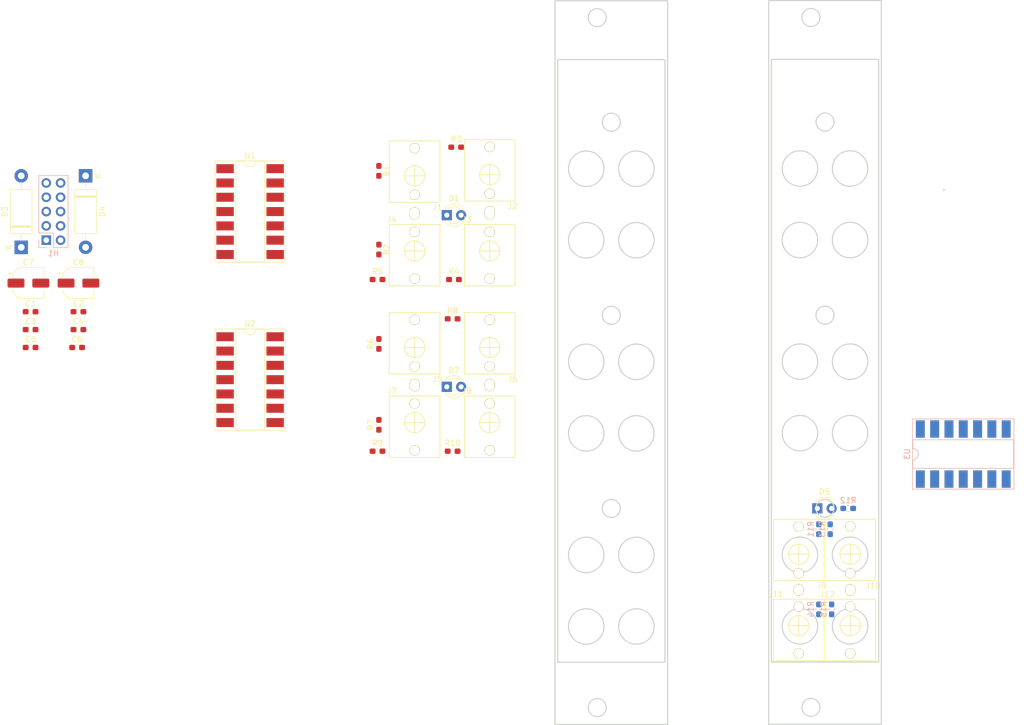
<source format=kicad_pcb>
(kicad_pcb (version 20171130) (host pcbnew "(5.1.0)-1")

  (general
    (thickness 1.6)
    (drawings 51)
    (tracks 0)
    (zones 0)
    (modules 44)
    (nets 42)
  )

  (page A4)
  (layers
    (0 F.Cu signal)
    (31 B.Cu signal)
    (32 B.Adhes user)
    (33 F.Adhes user)
    (34 B.Paste user)
    (35 F.Paste user)
    (36 B.SilkS user)
    (37 F.SilkS user)
    (38 B.Mask user)
    (39 F.Mask user)
    (40 Dwgs.User user)
    (41 Cmts.User user)
    (42 Eco1.User user)
    (43 Eco2.User user)
    (44 Edge.Cuts user)
    (45 Margin user)
    (46 B.CrtYd user)
    (47 F.CrtYd user)
    (48 B.Fab user)
    (49 F.Fab user)
  )

  (setup
    (last_trace_width 0.25)
    (trace_clearance 0.2)
    (zone_clearance 0.508)
    (zone_45_only no)
    (trace_min 0.2)
    (via_size 0.8)
    (via_drill 0.4)
    (via_min_size 0.4)
    (via_min_drill 0.3)
    (uvia_size 0.3)
    (uvia_drill 0.1)
    (uvias_allowed no)
    (uvia_min_size 0.2)
    (uvia_min_drill 0.1)
    (edge_width 0.05)
    (segment_width 0.2)
    (pcb_text_width 0.3)
    (pcb_text_size 1.5 1.5)
    (mod_edge_width 0.12)
    (mod_text_size 1 1)
    (mod_text_width 0.15)
    (pad_size 1.524 1.524)
    (pad_drill 0.762)
    (pad_to_mask_clearance 0.051)
    (solder_mask_min_width 0.25)
    (aux_axis_origin 0 0)
    (visible_elements FFFFFF7F)
    (pcbplotparams
      (layerselection 0x010fc_ffffffff)
      (usegerberextensions false)
      (usegerberattributes false)
      (usegerberadvancedattributes false)
      (creategerberjobfile false)
      (excludeedgelayer true)
      (linewidth 0.100000)
      (plotframeref false)
      (viasonmask false)
      (mode 1)
      (useauxorigin false)
      (hpglpennumber 1)
      (hpglpenspeed 20)
      (hpglpendiameter 15.000000)
      (psnegative false)
      (psa4output false)
      (plotreference true)
      (plotvalue true)
      (plotinvisibletext false)
      (padsonsilk false)
      (subtractmaskfromsilk false)
      (outputformat 1)
      (mirror false)
      (drillshape 1)
      (scaleselection 1)
      (outputdirectory ""))
  )

  (net 0 "")
  (net 1 GND)
  (net 2 "Net-(C1-Pad1)")
  (net 3 "Net-(D1-Pad2)")
  (net 4 "Net-(D1-Pad1)")
  (net 5 "Net-(D2-Pad2)")
  (net 6 "Net-(D2-Pad1)")
  (net 7 "Net-(D3-Pad2)")
  (net 8 "Net-(D5-Pad1)")
  (net 9 "Net-(J1-Pad3)")
  (net 10 "Net-(J2-Pad3)")
  (net 11 "Net-(J2-Pad2)")
  (net 12 "Net-(J3-Pad3)")
  (net 13 "Net-(J3-Pad2)")
  (net 14 "Net-(J4-Pad3)")
  (net 15 "Net-(J4-Pad2)")
  (net 16 "Net-(J6-Pad3)")
  (net 17 "Net-(J6-Pad2)")
  (net 18 "Net-(J7-Pad3)")
  (net 19 "Net-(J7-Pad2)")
  (net 20 "Net-(J8-Pad3)")
  (net 21 "Net-(J8-Pad2)")
  (net 22 "Net-(J9-Pad3)")
  (net 23 "Net-(R3-Pad1)")
  (net 24 "Net-(R8-Pad1)")
  (net 25 "Net-(R9-Pad1)")
  (net 26 "Net-(R10-Pad1)")
  (net 27 "Net-(C2-Pad2)")
  (net 28 "Net-(D4-Pad1)")
  (net 29 "Net-(D5-Pad2)")
  (net 30 "Net-(J5-Pad1)")
  (net 31 "Net-(J10-Pad3)")
  (net 32 "Net-(J10-Pad2)")
  (net 33 "Net-(J11-Pad3)")
  (net 34 "Net-(J11-Pad2)")
  (net 35 "Net-(J12-Pad3)")
  (net 36 "Net-(J12-Pad2)")
  (net 37 "Net-(R4-Pad1)")
  (net 38 "Net-(R5-Pad1)")
  (net 39 "Net-(R13-Pad1)")
  (net 40 "Net-(R14-Pad1)")
  (net 41 "Net-(R15-Pad1)")

  (net_class Default "This is the default net class."
    (clearance 0.2)
    (trace_width 0.25)
    (via_dia 0.8)
    (via_drill 0.4)
    (uvia_dia 0.3)
    (uvia_drill 0.1)
    (add_net GND)
    (add_net "Net-(C1-Pad1)")
    (add_net "Net-(C2-Pad2)")
    (add_net "Net-(D1-Pad1)")
    (add_net "Net-(D1-Pad2)")
    (add_net "Net-(D2-Pad1)")
    (add_net "Net-(D2-Pad2)")
    (add_net "Net-(D3-Pad2)")
    (add_net "Net-(D4-Pad1)")
    (add_net "Net-(D5-Pad1)")
    (add_net "Net-(D5-Pad2)")
    (add_net "Net-(J1-Pad3)")
    (add_net "Net-(J10-Pad2)")
    (add_net "Net-(J10-Pad3)")
    (add_net "Net-(J11-Pad2)")
    (add_net "Net-(J11-Pad3)")
    (add_net "Net-(J12-Pad2)")
    (add_net "Net-(J12-Pad3)")
    (add_net "Net-(J2-Pad2)")
    (add_net "Net-(J2-Pad3)")
    (add_net "Net-(J3-Pad2)")
    (add_net "Net-(J3-Pad3)")
    (add_net "Net-(J4-Pad2)")
    (add_net "Net-(J4-Pad3)")
    (add_net "Net-(J5-Pad1)")
    (add_net "Net-(J6-Pad2)")
    (add_net "Net-(J6-Pad3)")
    (add_net "Net-(J7-Pad2)")
    (add_net "Net-(J7-Pad3)")
    (add_net "Net-(J8-Pad2)")
    (add_net "Net-(J8-Pad3)")
    (add_net "Net-(J9-Pad3)")
    (add_net "Net-(R10-Pad1)")
    (add_net "Net-(R13-Pad1)")
    (add_net "Net-(R14-Pad1)")
    (add_net "Net-(R15-Pad1)")
    (add_net "Net-(R3-Pad1)")
    (add_net "Net-(R4-Pad1)")
    (add_net "Net-(R5-Pad1)")
    (add_net "Net-(R8-Pad1)")
    (add_net "Net-(R9-Pad1)")
  )

  (module Resistor_SMD:R_0603_1608Metric_Pad1.05x0.95mm_HandSolder (layer F.Cu) (tedit 5B301BBD) (tstamp 5CD1C92E)
    (at 13.335 107.075 90)
    (descr "Resistor SMD 0603 (1608 Metric), square (rectangular) end terminal, IPC_7351 nominal with elongated pad for handsoldering. (Body size source: http://www.tortai-tech.com/upload/download/2011102023233369053.pdf), generated with kicad-footprint-generator")
    (tags "resistor handsolder")
    (path /5CDC1ABB)
    (attr smd)
    (fp_text reference R7 (at 0 -1.43 90) (layer F.SilkS)
      (effects (font (size 1 1) (thickness 0.15)))
    )
    (fp_text value 1k (at 0 1.43 90) (layer F.Fab)
      (effects (font (size 1 1) (thickness 0.15)))
    )
    (fp_text user %R (at 0 0 90) (layer F.Fab)
      (effects (font (size 0.4 0.4) (thickness 0.06)))
    )
    (fp_line (start 1.65 0.73) (end -1.65 0.73) (layer F.CrtYd) (width 0.05))
    (fp_line (start 1.65 -0.73) (end 1.65 0.73) (layer F.CrtYd) (width 0.05))
    (fp_line (start -1.65 -0.73) (end 1.65 -0.73) (layer F.CrtYd) (width 0.05))
    (fp_line (start -1.65 0.73) (end -1.65 -0.73) (layer F.CrtYd) (width 0.05))
    (fp_line (start -0.171267 0.51) (end 0.171267 0.51) (layer F.SilkS) (width 0.12))
    (fp_line (start -0.171267 -0.51) (end 0.171267 -0.51) (layer F.SilkS) (width 0.12))
    (fp_line (start 0.8 0.4) (end -0.8 0.4) (layer F.Fab) (width 0.1))
    (fp_line (start 0.8 -0.4) (end 0.8 0.4) (layer F.Fab) (width 0.1))
    (fp_line (start -0.8 -0.4) (end 0.8 -0.4) (layer F.Fab) (width 0.1))
    (fp_line (start -0.8 0.4) (end -0.8 -0.4) (layer F.Fab) (width 0.1))
    (pad 2 smd roundrect (at 0.875 0 90) (size 1.05 0.95) (layers F.Cu F.Paste F.Mask) (roundrect_rratio 0.25)
      (net 5 "Net-(D2-Pad2)"))
    (pad 1 smd roundrect (at -0.875 0 90) (size 1.05 0.95) (layers F.Cu F.Paste F.Mask) (roundrect_rratio 0.25)
      (net 1 GND))
    (model ${KISYS3DMOD}/Resistor_SMD.3dshapes/R_0603_1608Metric.wrl
      (at (xyz 0 0 0))
      (scale (xyz 1 1 1))
      (rotate (xyz 0 0 0))
    )
  )

  (module Resistor_SMD:R_0603_1608Metric_Pad1.05x0.95mm_HandSolder (layer B.Cu) (tedit 5B301BBD) (tstamp 5CD1C8A6)
    (at 91.44 125.617 270)
    (descr "Resistor SMD 0603 (1608 Metric), square (rectangular) end terminal, IPC_7351 nominal with elongated pad for handsoldering. (Body size source: http://www.tortai-tech.com/upload/download/2011102023233369053.pdf), generated with kicad-footprint-generator")
    (tags "resistor handsolder")
    (path /5CDD3CDA)
    (attr smd)
    (fp_text reference R11 (at 0 1.43 270) (layer B.SilkS)
      (effects (font (size 1 1) (thickness 0.15)) (justify mirror))
    )
    (fp_text value 10m (at 0 -1.43 270) (layer B.Fab)
      (effects (font (size 1 1) (thickness 0.15)) (justify mirror))
    )
    (fp_text user %R (at 0 0 270) (layer B.Fab)
      (effects (font (size 0.4 0.4) (thickness 0.06)) (justify mirror))
    )
    (fp_line (start 1.65 -0.73) (end -1.65 -0.73) (layer B.CrtYd) (width 0.05))
    (fp_line (start 1.65 0.73) (end 1.65 -0.73) (layer B.CrtYd) (width 0.05))
    (fp_line (start -1.65 0.73) (end 1.65 0.73) (layer B.CrtYd) (width 0.05))
    (fp_line (start -1.65 -0.73) (end -1.65 0.73) (layer B.CrtYd) (width 0.05))
    (fp_line (start -0.171267 -0.51) (end 0.171267 -0.51) (layer B.SilkS) (width 0.12))
    (fp_line (start -0.171267 0.51) (end 0.171267 0.51) (layer B.SilkS) (width 0.12))
    (fp_line (start 0.8 -0.4) (end -0.8 -0.4) (layer B.Fab) (width 0.1))
    (fp_line (start 0.8 0.4) (end 0.8 -0.4) (layer B.Fab) (width 0.1))
    (fp_line (start -0.8 0.4) (end 0.8 0.4) (layer B.Fab) (width 0.1))
    (fp_line (start -0.8 -0.4) (end -0.8 0.4) (layer B.Fab) (width 0.1))
    (pad 2 smd roundrect (at 0.875 0 270) (size 1.05 0.95) (layers B.Cu B.Paste B.Mask) (roundrect_rratio 0.25)
      (net 1 GND))
    (pad 1 smd roundrect (at -0.875 0 270) (size 1.05 0.95) (layers B.Cu B.Paste B.Mask) (roundrect_rratio 0.25)
      (net 22 "Net-(J9-Pad3)"))
    (model ${KISYS3DMOD}/Resistor_SMD.3dshapes/R_0603_1608Metric.wrl
      (at (xyz 0 0 0))
      (scale (xyz 1 1 1))
      (rotate (xyz 0 0 0))
    )
  )

  (module Resistor_SMD:R_0603_1608Metric_Pad1.05x0.95mm_HandSolder (layer F.Cu) (tedit 5B301BBD) (tstamp 5CD20459)
    (at 26.67 81.28)
    (descr "Resistor SMD 0603 (1608 Metric), square (rectangular) end terminal, IPC_7351 nominal with elongated pad for handsoldering. (Body size source: http://www.tortai-tech.com/upload/download/2011102023233369053.pdf), generated with kicad-footprint-generator")
    (tags "resistor handsolder")
    (path /5CD4F82A)
    (attr smd)
    (fp_text reference R4 (at 0 -1.43) (layer F.SilkS)
      (effects (font (size 1 1) (thickness 0.15)))
    )
    (fp_text value 51 (at 0 1.43) (layer F.Fab)
      (effects (font (size 1 1) (thickness 0.15)))
    )
    (fp_text user %R (at 0 0) (layer F.Fab)
      (effects (font (size 0.4 0.4) (thickness 0.06)))
    )
    (fp_line (start 1.65 0.73) (end -1.65 0.73) (layer F.CrtYd) (width 0.05))
    (fp_line (start 1.65 -0.73) (end 1.65 0.73) (layer F.CrtYd) (width 0.05))
    (fp_line (start -1.65 -0.73) (end 1.65 -0.73) (layer F.CrtYd) (width 0.05))
    (fp_line (start -1.65 0.73) (end -1.65 -0.73) (layer F.CrtYd) (width 0.05))
    (fp_line (start -0.171267 0.51) (end 0.171267 0.51) (layer F.SilkS) (width 0.12))
    (fp_line (start -0.171267 -0.51) (end 0.171267 -0.51) (layer F.SilkS) (width 0.12))
    (fp_line (start 0.8 0.4) (end -0.8 0.4) (layer F.Fab) (width 0.1))
    (fp_line (start 0.8 -0.4) (end 0.8 0.4) (layer F.Fab) (width 0.1))
    (fp_line (start -0.8 -0.4) (end 0.8 -0.4) (layer F.Fab) (width 0.1))
    (fp_line (start -0.8 0.4) (end -0.8 -0.4) (layer F.Fab) (width 0.1))
    (pad 2 smd roundrect (at 0.875 0) (size 1.05 0.95) (layers F.Cu F.Paste F.Mask) (roundrect_rratio 0.25)
      (net 12 "Net-(J3-Pad3)"))
    (pad 1 smd roundrect (at -0.875 0) (size 1.05 0.95) (layers F.Cu F.Paste F.Mask) (roundrect_rratio 0.25)
      (net 37 "Net-(R4-Pad1)"))
    (model ${KISYS3DMOD}/Resistor_SMD.3dshapes/R_0603_1608Metric.wrl
      (at (xyz 0 0 0))
      (scale (xyz 1 1 1))
      (rotate (xyz 0 0 0))
    )
  )

  (module Resistor_SMD:R_0603_1608Metric_Pad1.05x0.95mm_HandSolder (layer B.Cu) (tedit 5B301BBD) (tstamp 5CD1C873)
    (at 93.472 125.617 270)
    (descr "Resistor SMD 0603 (1608 Metric), square (rectangular) end terminal, IPC_7351 nominal with elongated pad for handsoldering. (Body size source: http://www.tortai-tech.com/upload/download/2011102023233369053.pdf), generated with kicad-footprint-generator")
    (tags "resistor handsolder")
    (path /5CDD3D02)
    (attr smd)
    (fp_text reference R13 (at 0 1.43 270) (layer B.SilkS)
      (effects (font (size 1 1) (thickness 0.15)) (justify mirror))
    )
    (fp_text value 51 (at 0 -1.43 270) (layer B.Fab)
      (effects (font (size 1 1) (thickness 0.15)) (justify mirror))
    )
    (fp_text user %R (at 0 0 270) (layer B.Fab)
      (effects (font (size 0.4 0.4) (thickness 0.06)) (justify mirror))
    )
    (fp_line (start 1.65 -0.73) (end -1.65 -0.73) (layer B.CrtYd) (width 0.05))
    (fp_line (start 1.65 0.73) (end 1.65 -0.73) (layer B.CrtYd) (width 0.05))
    (fp_line (start -1.65 0.73) (end 1.65 0.73) (layer B.CrtYd) (width 0.05))
    (fp_line (start -1.65 -0.73) (end -1.65 0.73) (layer B.CrtYd) (width 0.05))
    (fp_line (start -0.171267 -0.51) (end 0.171267 -0.51) (layer B.SilkS) (width 0.12))
    (fp_line (start -0.171267 0.51) (end 0.171267 0.51) (layer B.SilkS) (width 0.12))
    (fp_line (start 0.8 -0.4) (end -0.8 -0.4) (layer B.Fab) (width 0.1))
    (fp_line (start 0.8 0.4) (end 0.8 -0.4) (layer B.Fab) (width 0.1))
    (fp_line (start -0.8 0.4) (end 0.8 0.4) (layer B.Fab) (width 0.1))
    (fp_line (start -0.8 -0.4) (end -0.8 0.4) (layer B.Fab) (width 0.1))
    (pad 2 smd roundrect (at 0.875 0 270) (size 1.05 0.95) (layers B.Cu B.Paste B.Mask) (roundrect_rratio 0.25)
      (net 31 "Net-(J10-Pad3)"))
    (pad 1 smd roundrect (at -0.875 0 270) (size 1.05 0.95) (layers B.Cu B.Paste B.Mask) (roundrect_rratio 0.25)
      (net 39 "Net-(R13-Pad1)"))
    (model ${KISYS3DMOD}/Resistor_SMD.3dshapes/R_0603_1608Metric.wrl
      (at (xyz 0 0 0))
      (scale (xyz 1 1 1))
      (rotate (xyz 0 0 0))
    )
  )

  (module Resistor_SMD:R_0603_1608Metric_Pad1.05x0.95mm_HandSolder (layer F.Cu) (tedit 5B301BBD) (tstamp 5CD1C8C8)
    (at 13.095 111.76)
    (descr "Resistor SMD 0603 (1608 Metric), square (rectangular) end terminal, IPC_7351 nominal with elongated pad for handsoldering. (Body size source: http://www.tortai-tech.com/upload/download/2011102023233369053.pdf), generated with kicad-footprint-generator")
    (tags "resistor handsolder")
    (path /5CDC1AC9)
    (attr smd)
    (fp_text reference R9 (at 0 -1.43) (layer F.SilkS)
      (effects (font (size 1 1) (thickness 0.15)))
    )
    (fp_text value 51 (at 0 1.43) (layer F.Fab)
      (effects (font (size 1 1) (thickness 0.15)))
    )
    (fp_text user %R (at 0 0) (layer F.Fab)
      (effects (font (size 0.4 0.4) (thickness 0.06)))
    )
    (fp_line (start 1.65 0.73) (end -1.65 0.73) (layer F.CrtYd) (width 0.05))
    (fp_line (start 1.65 -0.73) (end 1.65 0.73) (layer F.CrtYd) (width 0.05))
    (fp_line (start -1.65 -0.73) (end 1.65 -0.73) (layer F.CrtYd) (width 0.05))
    (fp_line (start -1.65 0.73) (end -1.65 -0.73) (layer F.CrtYd) (width 0.05))
    (fp_line (start -0.171267 0.51) (end 0.171267 0.51) (layer F.SilkS) (width 0.12))
    (fp_line (start -0.171267 -0.51) (end 0.171267 -0.51) (layer F.SilkS) (width 0.12))
    (fp_line (start 0.8 0.4) (end -0.8 0.4) (layer F.Fab) (width 0.1))
    (fp_line (start 0.8 -0.4) (end 0.8 0.4) (layer F.Fab) (width 0.1))
    (fp_line (start -0.8 -0.4) (end 0.8 -0.4) (layer F.Fab) (width 0.1))
    (fp_line (start -0.8 0.4) (end -0.8 -0.4) (layer F.Fab) (width 0.1))
    (pad 2 smd roundrect (at 0.875 0) (size 1.05 0.95) (layers F.Cu F.Paste F.Mask) (roundrect_rratio 0.25)
      (net 18 "Net-(J7-Pad3)"))
    (pad 1 smd roundrect (at -0.875 0) (size 1.05 0.95) (layers F.Cu F.Paste F.Mask) (roundrect_rratio 0.25)
      (net 25 "Net-(R9-Pad1)"))
    (model ${KISYS3DMOD}/Resistor_SMD.3dshapes/R_0603_1608Metric.wrl
      (at (xyz 0 0 0))
      (scale (xyz 1 1 1))
      (rotate (xyz 0 0 0))
    )
  )

  (module Resistor_SMD:R_0603_1608Metric_Pad1.05x0.95mm_HandSolder (layer B.Cu) (tedit 5B301BBD) (tstamp 5CD1C93F)
    (at 96.661 121.92 180)
    (descr "Resistor SMD 0603 (1608 Metric), square (rectangular) end terminal, IPC_7351 nominal with elongated pad for handsoldering. (Body size source: http://www.tortai-tech.com/upload/download/2011102023233369053.pdf), generated with kicad-footprint-generator")
    (tags "resistor handsolder")
    (path /5CDD3CFB)
    (attr smd)
    (fp_text reference R12 (at 0 1.43 180) (layer B.SilkS)
      (effects (font (size 1 1) (thickness 0.15)) (justify mirror))
    )
    (fp_text value 1k (at 0 -1.43 180) (layer B.Fab)
      (effects (font (size 1 1) (thickness 0.15)) (justify mirror))
    )
    (fp_text user %R (at 0 0 180) (layer B.Fab)
      (effects (font (size 0.4 0.4) (thickness 0.06)) (justify mirror))
    )
    (fp_line (start 1.65 -0.73) (end -1.65 -0.73) (layer B.CrtYd) (width 0.05))
    (fp_line (start 1.65 0.73) (end 1.65 -0.73) (layer B.CrtYd) (width 0.05))
    (fp_line (start -1.65 0.73) (end 1.65 0.73) (layer B.CrtYd) (width 0.05))
    (fp_line (start -1.65 -0.73) (end -1.65 0.73) (layer B.CrtYd) (width 0.05))
    (fp_line (start -0.171267 -0.51) (end 0.171267 -0.51) (layer B.SilkS) (width 0.12))
    (fp_line (start -0.171267 0.51) (end 0.171267 0.51) (layer B.SilkS) (width 0.12))
    (fp_line (start 0.8 -0.4) (end -0.8 -0.4) (layer B.Fab) (width 0.1))
    (fp_line (start 0.8 0.4) (end 0.8 -0.4) (layer B.Fab) (width 0.1))
    (fp_line (start -0.8 0.4) (end 0.8 0.4) (layer B.Fab) (width 0.1))
    (fp_line (start -0.8 -0.4) (end -0.8 0.4) (layer B.Fab) (width 0.1))
    (pad 2 smd roundrect (at 0.875 0 180) (size 1.05 0.95) (layers B.Cu B.Paste B.Mask) (roundrect_rratio 0.25)
      (net 29 "Net-(D5-Pad2)"))
    (pad 1 smd roundrect (at -0.875 0 180) (size 1.05 0.95) (layers B.Cu B.Paste B.Mask) (roundrect_rratio 0.25)
      (net 1 GND))
    (model ${KISYS3DMOD}/Resistor_SMD.3dshapes/R_0603_1608Metric.wrl
      (at (xyz 0 0 0))
      (scale (xyz 1 1 1))
      (rotate (xyz 0 0 0))
    )
  )

  (module Resistor_SMD:R_0603_1608Metric_Pad1.05x0.95mm_HandSolder (layer F.Cu) (tedit 5B301BBD) (tstamp 5CD1C862)
    (at 26.43 88.265)
    (descr "Resistor SMD 0603 (1608 Metric), square (rectangular) end terminal, IPC_7351 nominal with elongated pad for handsoldering. (Body size source: http://www.tortai-tech.com/upload/download/2011102023233369053.pdf), generated with kicad-footprint-generator")
    (tags "resistor handsolder")
    (path /5CDC1AC2)
    (attr smd)
    (fp_text reference R8 (at 0 -1.43) (layer F.SilkS)
      (effects (font (size 1 1) (thickness 0.15)))
    )
    (fp_text value 51 (at 0 1.43) (layer F.Fab)
      (effects (font (size 1 1) (thickness 0.15)))
    )
    (fp_text user %R (at 0 0) (layer F.Fab)
      (effects (font (size 0.4 0.4) (thickness 0.06)))
    )
    (fp_line (start 1.65 0.73) (end -1.65 0.73) (layer F.CrtYd) (width 0.05))
    (fp_line (start 1.65 -0.73) (end 1.65 0.73) (layer F.CrtYd) (width 0.05))
    (fp_line (start -1.65 -0.73) (end 1.65 -0.73) (layer F.CrtYd) (width 0.05))
    (fp_line (start -1.65 0.73) (end -1.65 -0.73) (layer F.CrtYd) (width 0.05))
    (fp_line (start -0.171267 0.51) (end 0.171267 0.51) (layer F.SilkS) (width 0.12))
    (fp_line (start -0.171267 -0.51) (end 0.171267 -0.51) (layer F.SilkS) (width 0.12))
    (fp_line (start 0.8 0.4) (end -0.8 0.4) (layer F.Fab) (width 0.1))
    (fp_line (start 0.8 -0.4) (end 0.8 0.4) (layer F.Fab) (width 0.1))
    (fp_line (start -0.8 -0.4) (end 0.8 -0.4) (layer F.Fab) (width 0.1))
    (fp_line (start -0.8 0.4) (end -0.8 -0.4) (layer F.Fab) (width 0.1))
    (pad 2 smd roundrect (at 0.875 0) (size 1.05 0.95) (layers F.Cu F.Paste F.Mask) (roundrect_rratio 0.25)
      (net 16 "Net-(J6-Pad3)"))
    (pad 1 smd roundrect (at -0.875 0) (size 1.05 0.95) (layers F.Cu F.Paste F.Mask) (roundrect_rratio 0.25)
      (net 24 "Net-(R8-Pad1)"))
    (model ${KISYS3DMOD}/Resistor_SMD.3dshapes/R_0603_1608Metric.wrl
      (at (xyz 0 0 0))
      (scale (xyz 1 1 1))
      (rotate (xyz 0 0 0))
    )
  )

  (module Resistor_SMD:R_0603_1608Metric_Pad1.05x0.95mm_HandSolder (layer F.Cu) (tedit 5B301BBD) (tstamp 5CD1C851)
    (at 27.065 57.785)
    (descr "Resistor SMD 0603 (1608 Metric), square (rectangular) end terminal, IPC_7351 nominal with elongated pad for handsoldering. (Body size source: http://www.tortai-tech.com/upload/download/2011102023233369053.pdf), generated with kicad-footprint-generator")
    (tags "resistor handsolder")
    (path /5CD4D97E)
    (attr smd)
    (fp_text reference R3 (at 0 -1.43) (layer F.SilkS)
      (effects (font (size 1 1) (thickness 0.15)))
    )
    (fp_text value 51 (at 0 1.43) (layer F.Fab)
      (effects (font (size 1 1) (thickness 0.15)))
    )
    (fp_text user %R (at 0 0) (layer F.Fab)
      (effects (font (size 0.4 0.4) (thickness 0.06)))
    )
    (fp_line (start 1.65 0.73) (end -1.65 0.73) (layer F.CrtYd) (width 0.05))
    (fp_line (start 1.65 -0.73) (end 1.65 0.73) (layer F.CrtYd) (width 0.05))
    (fp_line (start -1.65 -0.73) (end 1.65 -0.73) (layer F.CrtYd) (width 0.05))
    (fp_line (start -1.65 0.73) (end -1.65 -0.73) (layer F.CrtYd) (width 0.05))
    (fp_line (start -0.171267 0.51) (end 0.171267 0.51) (layer F.SilkS) (width 0.12))
    (fp_line (start -0.171267 -0.51) (end 0.171267 -0.51) (layer F.SilkS) (width 0.12))
    (fp_line (start 0.8 0.4) (end -0.8 0.4) (layer F.Fab) (width 0.1))
    (fp_line (start 0.8 -0.4) (end 0.8 0.4) (layer F.Fab) (width 0.1))
    (fp_line (start -0.8 -0.4) (end 0.8 -0.4) (layer F.Fab) (width 0.1))
    (fp_line (start -0.8 0.4) (end -0.8 -0.4) (layer F.Fab) (width 0.1))
    (pad 2 smd roundrect (at 0.875 0) (size 1.05 0.95) (layers F.Cu F.Paste F.Mask) (roundrect_rratio 0.25)
      (net 10 "Net-(J2-Pad3)"))
    (pad 1 smd roundrect (at -0.875 0) (size 1.05 0.95) (layers F.Cu F.Paste F.Mask) (roundrect_rratio 0.25)
      (net 23 "Net-(R3-Pad1)"))
    (model ${KISYS3DMOD}/Resistor_SMD.3dshapes/R_0603_1608Metric.wrl
      (at (xyz 0 0 0))
      (scale (xyz 1 1 1))
      (rotate (xyz 0 0 0))
    )
  )

  (module Resistor_SMD:R_0603_1608Metric_Pad1.05x0.95mm_HandSolder (layer F.Cu) (tedit 5B301BBD) (tstamp 5CD204DB)
    (at 26.43 111.76)
    (descr "Resistor SMD 0603 (1608 Metric), square (rectangular) end terminal, IPC_7351 nominal with elongated pad for handsoldering. (Body size source: http://www.tortai-tech.com/upload/download/2011102023233369053.pdf), generated with kicad-footprint-generator")
    (tags "resistor handsolder")
    (path /5CDC1AD0)
    (attr smd)
    (fp_text reference R10 (at 0 -1.43) (layer F.SilkS)
      (effects (font (size 1 1) (thickness 0.15)))
    )
    (fp_text value 51 (at 0 1.43) (layer F.Fab)
      (effects (font (size 1 1) (thickness 0.15)))
    )
    (fp_text user %R (at 0 0) (layer F.Fab)
      (effects (font (size 0.4 0.4) (thickness 0.06)))
    )
    (fp_line (start 1.65 0.73) (end -1.65 0.73) (layer F.CrtYd) (width 0.05))
    (fp_line (start 1.65 -0.73) (end 1.65 0.73) (layer F.CrtYd) (width 0.05))
    (fp_line (start -1.65 -0.73) (end 1.65 -0.73) (layer F.CrtYd) (width 0.05))
    (fp_line (start -1.65 0.73) (end -1.65 -0.73) (layer F.CrtYd) (width 0.05))
    (fp_line (start -0.171267 0.51) (end 0.171267 0.51) (layer F.SilkS) (width 0.12))
    (fp_line (start -0.171267 -0.51) (end 0.171267 -0.51) (layer F.SilkS) (width 0.12))
    (fp_line (start 0.8 0.4) (end -0.8 0.4) (layer F.Fab) (width 0.1))
    (fp_line (start 0.8 -0.4) (end 0.8 0.4) (layer F.Fab) (width 0.1))
    (fp_line (start -0.8 -0.4) (end 0.8 -0.4) (layer F.Fab) (width 0.1))
    (fp_line (start -0.8 0.4) (end -0.8 -0.4) (layer F.Fab) (width 0.1))
    (pad 2 smd roundrect (at 0.875 0) (size 1.05 0.95) (layers F.Cu F.Paste F.Mask) (roundrect_rratio 0.25)
      (net 20 "Net-(J8-Pad3)"))
    (pad 1 smd roundrect (at -0.875 0) (size 1.05 0.95) (layers F.Cu F.Paste F.Mask) (roundrect_rratio 0.25)
      (net 26 "Net-(R10-Pad1)"))
    (model ${KISYS3DMOD}/Resistor_SMD.3dshapes/R_0603_1608Metric.wrl
      (at (xyz 0 0 0))
      (scale (xyz 1 1 1))
      (rotate (xyz 0 0 0))
    )
  )

  (module Resistor_SMD:R_0603_1608Metric_Pad1.05x0.95mm_HandSolder (layer F.Cu) (tedit 5B301BBD) (tstamp 5CD1C8EA)
    (at 13.095 81.28)
    (descr "Resistor SMD 0603 (1608 Metric), square (rectangular) end terminal, IPC_7351 nominal with elongated pad for handsoldering. (Body size source: http://www.tortai-tech.com/upload/download/2011102023233369053.pdf), generated with kicad-footprint-generator")
    (tags "resistor handsolder")
    (path /5CD4FF90)
    (attr smd)
    (fp_text reference R5 (at 0 -1.43) (layer F.SilkS)
      (effects (font (size 1 1) (thickness 0.15)))
    )
    (fp_text value 51 (at 0 1.43) (layer F.Fab)
      (effects (font (size 1 1) (thickness 0.15)))
    )
    (fp_text user %R (at 0 0) (layer F.Fab)
      (effects (font (size 0.4 0.4) (thickness 0.06)))
    )
    (fp_line (start 1.65 0.73) (end -1.65 0.73) (layer F.CrtYd) (width 0.05))
    (fp_line (start 1.65 -0.73) (end 1.65 0.73) (layer F.CrtYd) (width 0.05))
    (fp_line (start -1.65 -0.73) (end 1.65 -0.73) (layer F.CrtYd) (width 0.05))
    (fp_line (start -1.65 0.73) (end -1.65 -0.73) (layer F.CrtYd) (width 0.05))
    (fp_line (start -0.171267 0.51) (end 0.171267 0.51) (layer F.SilkS) (width 0.12))
    (fp_line (start -0.171267 -0.51) (end 0.171267 -0.51) (layer F.SilkS) (width 0.12))
    (fp_line (start 0.8 0.4) (end -0.8 0.4) (layer F.Fab) (width 0.1))
    (fp_line (start 0.8 -0.4) (end 0.8 0.4) (layer F.Fab) (width 0.1))
    (fp_line (start -0.8 -0.4) (end 0.8 -0.4) (layer F.Fab) (width 0.1))
    (fp_line (start -0.8 0.4) (end -0.8 -0.4) (layer F.Fab) (width 0.1))
    (pad 2 smd roundrect (at 0.875 0) (size 1.05 0.95) (layers F.Cu F.Paste F.Mask) (roundrect_rratio 0.25)
      (net 14 "Net-(J4-Pad3)"))
    (pad 1 smd roundrect (at -0.875 0) (size 1.05 0.95) (layers F.Cu F.Paste F.Mask) (roundrect_rratio 0.25)
      (net 38 "Net-(R5-Pad1)"))
    (model ${KISYS3DMOD}/Resistor_SMD.3dshapes/R_0603_1608Metric.wrl
      (at (xyz 0 0 0))
      (scale (xyz 1 1 1))
      (rotate (xyz 0 0 0))
    )
  )

  (module Resistor_SMD:R_0603_1608Metric_Pad1.05x0.95mm_HandSolder (layer F.Cu) (tedit 5B301BBD) (tstamp 5CD1F2E7)
    (at 13.335 61.99 270)
    (descr "Resistor SMD 0603 (1608 Metric), square (rectangular) end terminal, IPC_7351 nominal with elongated pad for handsoldering. (Body size source: http://www.tortai-tech.com/upload/download/2011102023233369053.pdf), generated with kicad-footprint-generator")
    (tags "resistor handsolder")
    (path /5CD3EFF0)
    (attr smd)
    (fp_text reference R1 (at 0 -1.43 270) (layer F.SilkS)
      (effects (font (size 1 1) (thickness 0.15)))
    )
    (fp_text value 10m (at 0 1.43 270) (layer F.Fab)
      (effects (font (size 1 1) (thickness 0.15)))
    )
    (fp_text user %R (at 0 0 270) (layer F.Fab)
      (effects (font (size 0.4 0.4) (thickness 0.06)))
    )
    (fp_line (start 1.65 0.73) (end -1.65 0.73) (layer F.CrtYd) (width 0.05))
    (fp_line (start 1.65 -0.73) (end 1.65 0.73) (layer F.CrtYd) (width 0.05))
    (fp_line (start -1.65 -0.73) (end 1.65 -0.73) (layer F.CrtYd) (width 0.05))
    (fp_line (start -1.65 0.73) (end -1.65 -0.73) (layer F.CrtYd) (width 0.05))
    (fp_line (start -0.171267 0.51) (end 0.171267 0.51) (layer F.SilkS) (width 0.12))
    (fp_line (start -0.171267 -0.51) (end 0.171267 -0.51) (layer F.SilkS) (width 0.12))
    (fp_line (start 0.8 0.4) (end -0.8 0.4) (layer F.Fab) (width 0.1))
    (fp_line (start 0.8 -0.4) (end 0.8 0.4) (layer F.Fab) (width 0.1))
    (fp_line (start -0.8 -0.4) (end 0.8 -0.4) (layer F.Fab) (width 0.1))
    (fp_line (start -0.8 0.4) (end -0.8 -0.4) (layer F.Fab) (width 0.1))
    (pad 2 smd roundrect (at 0.875 0 270) (size 1.05 0.95) (layers F.Cu F.Paste F.Mask) (roundrect_rratio 0.25)
      (net 1 GND))
    (pad 1 smd roundrect (at -0.875 0 270) (size 1.05 0.95) (layers F.Cu F.Paste F.Mask) (roundrect_rratio 0.25)
      (net 9 "Net-(J1-Pad3)"))
    (model ${KISYS3DMOD}/Resistor_SMD.3dshapes/R_0603_1608Metric.wrl
      (at (xyz 0 0 0))
      (scale (xyz 1 1 1))
      (rotate (xyz 0 0 0))
    )
  )

  (module Resistor_SMD:R_0603_1608Metric_Pad1.05x0.95mm_HandSolder (layer F.Cu) (tedit 5B301BBD) (tstamp 5CD1C91D)
    (at 13.335 75.96 270)
    (descr "Resistor SMD 0603 (1608 Metric), square (rectangular) end terminal, IPC_7351 nominal with elongated pad for handsoldering. (Body size source: http://www.tortai-tech.com/upload/download/2011102023233369053.pdf), generated with kicad-footprint-generator")
    (tags "resistor handsolder")
    (path /5CD4B753)
    (attr smd)
    (fp_text reference R2 (at 0 -1.43 270) (layer F.SilkS)
      (effects (font (size 1 1) (thickness 0.15)))
    )
    (fp_text value 1k (at 0 1.43 270) (layer F.Fab)
      (effects (font (size 1 1) (thickness 0.15)))
    )
    (fp_text user %R (at 0 0 270) (layer F.Fab)
      (effects (font (size 0.4 0.4) (thickness 0.06)))
    )
    (fp_line (start 1.65 0.73) (end -1.65 0.73) (layer F.CrtYd) (width 0.05))
    (fp_line (start 1.65 -0.73) (end 1.65 0.73) (layer F.CrtYd) (width 0.05))
    (fp_line (start -1.65 -0.73) (end 1.65 -0.73) (layer F.CrtYd) (width 0.05))
    (fp_line (start -1.65 0.73) (end -1.65 -0.73) (layer F.CrtYd) (width 0.05))
    (fp_line (start -0.171267 0.51) (end 0.171267 0.51) (layer F.SilkS) (width 0.12))
    (fp_line (start -0.171267 -0.51) (end 0.171267 -0.51) (layer F.SilkS) (width 0.12))
    (fp_line (start 0.8 0.4) (end -0.8 0.4) (layer F.Fab) (width 0.1))
    (fp_line (start 0.8 -0.4) (end 0.8 0.4) (layer F.Fab) (width 0.1))
    (fp_line (start -0.8 -0.4) (end 0.8 -0.4) (layer F.Fab) (width 0.1))
    (fp_line (start -0.8 0.4) (end -0.8 -0.4) (layer F.Fab) (width 0.1))
    (pad 2 smd roundrect (at 0.875 0 270) (size 1.05 0.95) (layers F.Cu F.Paste F.Mask) (roundrect_rratio 0.25)
      (net 3 "Net-(D1-Pad2)"))
    (pad 1 smd roundrect (at -0.875 0 270) (size 1.05 0.95) (layers F.Cu F.Paste F.Mask) (roundrect_rratio 0.25)
      (net 1 GND))
    (model ${KISYS3DMOD}/Resistor_SMD.3dshapes/R_0603_1608Metric.wrl
      (at (xyz 0 0 0))
      (scale (xyz 1 1 1))
      (rotate (xyz 0 0 0))
    )
  )

  (module Resistor_SMD:R_0603_1608Metric_Pad1.05x0.95mm_HandSolder (layer F.Cu) (tedit 5B301BBD) (tstamp 5CD1C895)
    (at 13.335 92.71 90)
    (descr "Resistor SMD 0603 (1608 Metric), square (rectangular) end terminal, IPC_7351 nominal with elongated pad for handsoldering. (Body size source: http://www.tortai-tech.com/upload/download/2011102023233369053.pdf), generated with kicad-footprint-generator")
    (tags "resistor handsolder")
    (path /5CDC1A9A)
    (attr smd)
    (fp_text reference R6 (at 0 -1.43 90) (layer F.SilkS)
      (effects (font (size 1 1) (thickness 0.15)))
    )
    (fp_text value 10m (at 0 1.43 90) (layer F.Fab)
      (effects (font (size 1 1) (thickness 0.15)))
    )
    (fp_text user %R (at 0 0 90) (layer F.Fab)
      (effects (font (size 0.4 0.4) (thickness 0.06)))
    )
    (fp_line (start 1.65 0.73) (end -1.65 0.73) (layer F.CrtYd) (width 0.05))
    (fp_line (start 1.65 -0.73) (end 1.65 0.73) (layer F.CrtYd) (width 0.05))
    (fp_line (start -1.65 -0.73) (end 1.65 -0.73) (layer F.CrtYd) (width 0.05))
    (fp_line (start -1.65 0.73) (end -1.65 -0.73) (layer F.CrtYd) (width 0.05))
    (fp_line (start -0.171267 0.51) (end 0.171267 0.51) (layer F.SilkS) (width 0.12))
    (fp_line (start -0.171267 -0.51) (end 0.171267 -0.51) (layer F.SilkS) (width 0.12))
    (fp_line (start 0.8 0.4) (end -0.8 0.4) (layer F.Fab) (width 0.1))
    (fp_line (start 0.8 -0.4) (end 0.8 0.4) (layer F.Fab) (width 0.1))
    (fp_line (start -0.8 -0.4) (end 0.8 -0.4) (layer F.Fab) (width 0.1))
    (fp_line (start -0.8 0.4) (end -0.8 -0.4) (layer F.Fab) (width 0.1))
    (pad 2 smd roundrect (at 0.875 0 90) (size 1.05 0.95) (layers F.Cu F.Paste F.Mask) (roundrect_rratio 0.25)
      (net 1 GND))
    (pad 1 smd roundrect (at -0.875 0 90) (size 1.05 0.95) (layers F.Cu F.Paste F.Mask) (roundrect_rratio 0.25)
      (net 30 "Net-(J5-Pad1)"))
    (model ${KISYS3DMOD}/Resistor_SMD.3dshapes/R_0603_1608Metric.wrl
      (at (xyz 0 0 0))
      (scale (xyz 1 1 1))
      (rotate (xyz 0 0 0))
    )
  )

  (module Resistor_SMD:R_0603_1608Metric_Pad1.05x0.95mm_HandSolder (layer B.Cu) (tedit 5B301BBD) (tstamp 5CD1C90C)
    (at 93.726 139.841 270)
    (descr "Resistor SMD 0603 (1608 Metric), square (rectangular) end terminal, IPC_7351 nominal with elongated pad for handsoldering. (Body size source: http://www.tortai-tech.com/upload/download/2011102023233369053.pdf), generated with kicad-footprint-generator")
    (tags "resistor handsolder")
    (path /5CDD3D10)
    (attr smd)
    (fp_text reference R15 (at 0 1.43 270) (layer B.SilkS)
      (effects (font (size 1 1) (thickness 0.15)) (justify mirror))
    )
    (fp_text value 51 (at 0 -1.43 270) (layer B.Fab)
      (effects (font (size 1 1) (thickness 0.15)) (justify mirror))
    )
    (fp_text user %R (at 0 0 270) (layer B.Fab)
      (effects (font (size 0.4 0.4) (thickness 0.06)) (justify mirror))
    )
    (fp_line (start 1.65 -0.73) (end -1.65 -0.73) (layer B.CrtYd) (width 0.05))
    (fp_line (start 1.65 0.73) (end 1.65 -0.73) (layer B.CrtYd) (width 0.05))
    (fp_line (start -1.65 0.73) (end 1.65 0.73) (layer B.CrtYd) (width 0.05))
    (fp_line (start -1.65 -0.73) (end -1.65 0.73) (layer B.CrtYd) (width 0.05))
    (fp_line (start -0.171267 -0.51) (end 0.171267 -0.51) (layer B.SilkS) (width 0.12))
    (fp_line (start -0.171267 0.51) (end 0.171267 0.51) (layer B.SilkS) (width 0.12))
    (fp_line (start 0.8 -0.4) (end -0.8 -0.4) (layer B.Fab) (width 0.1))
    (fp_line (start 0.8 0.4) (end 0.8 -0.4) (layer B.Fab) (width 0.1))
    (fp_line (start -0.8 0.4) (end 0.8 0.4) (layer B.Fab) (width 0.1))
    (fp_line (start -0.8 -0.4) (end -0.8 0.4) (layer B.Fab) (width 0.1))
    (pad 2 smd roundrect (at 0.875 0 270) (size 1.05 0.95) (layers B.Cu B.Paste B.Mask) (roundrect_rratio 0.25)
      (net 35 "Net-(J12-Pad3)"))
    (pad 1 smd roundrect (at -0.875 0 270) (size 1.05 0.95) (layers B.Cu B.Paste B.Mask) (roundrect_rratio 0.25)
      (net 41 "Net-(R15-Pad1)"))
    (model ${KISYS3DMOD}/Resistor_SMD.3dshapes/R_0603_1608Metric.wrl
      (at (xyz 0 0 0))
      (scale (xyz 1 1 1))
      (rotate (xyz 0 0 0))
    )
  )

  (module Resistor_SMD:R_0603_1608Metric_Pad1.05x0.95mm_HandSolder (layer B.Cu) (tedit 5B301BBD) (tstamp 5CD1C8D9)
    (at 91.44 139.841 270)
    (descr "Resistor SMD 0603 (1608 Metric), square (rectangular) end terminal, IPC_7351 nominal with elongated pad for handsoldering. (Body size source: http://www.tortai-tech.com/upload/download/2011102023233369053.pdf), generated with kicad-footprint-generator")
    (tags "resistor handsolder")
    (path /5CDD3D09)
    (attr smd)
    (fp_text reference R14 (at 0 1.43 90) (layer B.SilkS)
      (effects (font (size 1 1) (thickness 0.15)) (justify mirror))
    )
    (fp_text value 51 (at 0 -1.43 270) (layer B.Fab)
      (effects (font (size 1 1) (thickness 0.15)) (justify mirror))
    )
    (fp_text user %R (at 0 0 270) (layer B.Fab)
      (effects (font (size 0.4 0.4) (thickness 0.06)) (justify mirror))
    )
    (fp_line (start 1.65 -0.73) (end -1.65 -0.73) (layer B.CrtYd) (width 0.05))
    (fp_line (start 1.65 0.73) (end 1.65 -0.73) (layer B.CrtYd) (width 0.05))
    (fp_line (start -1.65 0.73) (end 1.65 0.73) (layer B.CrtYd) (width 0.05))
    (fp_line (start -1.65 -0.73) (end -1.65 0.73) (layer B.CrtYd) (width 0.05))
    (fp_line (start -0.171267 -0.51) (end 0.171267 -0.51) (layer B.SilkS) (width 0.12))
    (fp_line (start -0.171267 0.51) (end 0.171267 0.51) (layer B.SilkS) (width 0.12))
    (fp_line (start 0.8 -0.4) (end -0.8 -0.4) (layer B.Fab) (width 0.1))
    (fp_line (start 0.8 0.4) (end 0.8 -0.4) (layer B.Fab) (width 0.1))
    (fp_line (start -0.8 0.4) (end 0.8 0.4) (layer B.Fab) (width 0.1))
    (fp_line (start -0.8 -0.4) (end -0.8 0.4) (layer B.Fab) (width 0.1))
    (pad 2 smd roundrect (at 0.875 0 270) (size 1.05 0.95) (layers B.Cu B.Paste B.Mask) (roundrect_rratio 0.25)
      (net 33 "Net-(J11-Pad3)"))
    (pad 1 smd roundrect (at -0.875 0 270) (size 1.05 0.95) (layers B.Cu B.Paste B.Mask) (roundrect_rratio 0.25)
      (net 40 "Net-(R14-Pad1)"))
    (model ${KISYS3DMOD}/Resistor_SMD.3dshapes/R_0603_1608Metric.wrl
      (at (xyz 0 0 0))
      (scale (xyz 1 1 1))
      (rotate (xyz 0 0 0))
    )
  )

  (module Capacitor_SMD:C_0603_1608Metric_Pad1.05x0.95mm_HandSolder (layer F.Cu) (tedit 5B301BBE) (tstamp 5CD1C67E)
    (at -48.5 93.345)
    (descr "Capacitor SMD 0603 (1608 Metric), square (rectangular) end terminal, IPC_7351 nominal with elongated pad for handsoldering. (Body size source: http://www.tortai-tech.com/upload/download/2011102023233369053.pdf), generated with kicad-footprint-generator")
    (tags "capacitor handsolder")
    (path /5CD790FE)
    (attr smd)
    (fp_text reference C5 (at 0 -1.43) (layer F.SilkS)
      (effects (font (size 1 1) (thickness 0.15)))
    )
    (fp_text value 100n (at 0 1.43) (layer F.Fab)
      (effects (font (size 1 1) (thickness 0.15)))
    )
    (fp_text user %R (at 0 0) (layer F.Fab)
      (effects (font (size 0.4 0.4) (thickness 0.06)))
    )
    (fp_line (start 1.65 0.73) (end -1.65 0.73) (layer F.CrtYd) (width 0.05))
    (fp_line (start 1.65 -0.73) (end 1.65 0.73) (layer F.CrtYd) (width 0.05))
    (fp_line (start -1.65 -0.73) (end 1.65 -0.73) (layer F.CrtYd) (width 0.05))
    (fp_line (start -1.65 0.73) (end -1.65 -0.73) (layer F.CrtYd) (width 0.05))
    (fp_line (start -0.171267 0.51) (end 0.171267 0.51) (layer F.SilkS) (width 0.12))
    (fp_line (start -0.171267 -0.51) (end 0.171267 -0.51) (layer F.SilkS) (width 0.12))
    (fp_line (start 0.8 0.4) (end -0.8 0.4) (layer F.Fab) (width 0.1))
    (fp_line (start 0.8 -0.4) (end 0.8 0.4) (layer F.Fab) (width 0.1))
    (fp_line (start -0.8 -0.4) (end 0.8 -0.4) (layer F.Fab) (width 0.1))
    (fp_line (start -0.8 0.4) (end -0.8 -0.4) (layer F.Fab) (width 0.1))
    (pad 2 smd roundrect (at 0.875 0) (size 1.05 0.95) (layers F.Cu F.Paste F.Mask) (roundrect_rratio 0.25)
      (net 1 GND))
    (pad 1 smd roundrect (at -0.875 0) (size 1.05 0.95) (layers F.Cu F.Paste F.Mask) (roundrect_rratio 0.25)
      (net 2 "Net-(C1-Pad1)"))
    (model ${KISYS3DMOD}/Capacitor_SMD.3dshapes/C_0603_1608Metric.wrl
      (at (xyz 0 0 0))
      (scale (xyz 1 1 1))
      (rotate (xyz 0 0 0))
    )
  )

  (module Capacitor_SMD:C_0603_1608Metric_Pad1.05x0.95mm_HandSolder (layer F.Cu) (tedit 5B301BBE) (tstamp 5CD1C6B7)
    (at -40.005 86.995)
    (descr "Capacitor SMD 0603 (1608 Metric), square (rectangular) end terminal, IPC_7351 nominal with elongated pad for handsoldering. (Body size source: http://www.tortai-tech.com/upload/download/2011102023233369053.pdf), generated with kicad-footprint-generator")
    (tags "capacitor handsolder")
    (path /5CD7F280)
    (attr smd)
    (fp_text reference C2 (at 0 -1.43) (layer F.SilkS)
      (effects (font (size 1 1) (thickness 0.15)))
    )
    (fp_text value 100n (at 0 1.43) (layer F.Fab)
      (effects (font (size 1 1) (thickness 0.15)))
    )
    (fp_text user %R (at 0 0) (layer F.Fab)
      (effects (font (size 0.4 0.4) (thickness 0.06)))
    )
    (fp_line (start 1.65 0.73) (end -1.65 0.73) (layer F.CrtYd) (width 0.05))
    (fp_line (start 1.65 -0.73) (end 1.65 0.73) (layer F.CrtYd) (width 0.05))
    (fp_line (start -1.65 -0.73) (end 1.65 -0.73) (layer F.CrtYd) (width 0.05))
    (fp_line (start -1.65 0.73) (end -1.65 -0.73) (layer F.CrtYd) (width 0.05))
    (fp_line (start -0.171267 0.51) (end 0.171267 0.51) (layer F.SilkS) (width 0.12))
    (fp_line (start -0.171267 -0.51) (end 0.171267 -0.51) (layer F.SilkS) (width 0.12))
    (fp_line (start 0.8 0.4) (end -0.8 0.4) (layer F.Fab) (width 0.1))
    (fp_line (start 0.8 -0.4) (end 0.8 0.4) (layer F.Fab) (width 0.1))
    (fp_line (start -0.8 -0.4) (end 0.8 -0.4) (layer F.Fab) (width 0.1))
    (fp_line (start -0.8 0.4) (end -0.8 -0.4) (layer F.Fab) (width 0.1))
    (pad 2 smd roundrect (at 0.875 0) (size 1.05 0.95) (layers F.Cu F.Paste F.Mask) (roundrect_rratio 0.25)
      (net 27 "Net-(C2-Pad2)"))
    (pad 1 smd roundrect (at -0.875 0) (size 1.05 0.95) (layers F.Cu F.Paste F.Mask) (roundrect_rratio 0.25)
      (net 1 GND))
    (model ${KISYS3DMOD}/Capacitor_SMD.3dshapes/C_0603_1608Metric.wrl
      (at (xyz 0 0 0))
      (scale (xyz 1 1 1))
      (rotate (xyz 0 0 0))
    )
  )

  (module Capacitor_SMD:C_0603_1608Metric_Pad1.05x0.95mm_HandSolder (layer F.Cu) (tedit 5B301BBE) (tstamp 5CD1C6D9)
    (at -40.245 93.345)
    (descr "Capacitor SMD 0603 (1608 Metric), square (rectangular) end terminal, IPC_7351 nominal with elongated pad for handsoldering. (Body size source: http://www.tortai-tech.com/upload/download/2011102023233369053.pdf), generated with kicad-footprint-generator")
    (tags "capacitor handsolder")
    (path /5CD7F274)
    (attr smd)
    (fp_text reference C6 (at 0 -1.43) (layer F.SilkS)
      (effects (font (size 1 1) (thickness 0.15)))
    )
    (fp_text value 100n (at 0 1.43) (layer F.Fab)
      (effects (font (size 1 1) (thickness 0.15)))
    )
    (fp_text user %R (at 0 0) (layer F.Fab)
      (effects (font (size 0.4 0.4) (thickness 0.06)))
    )
    (fp_line (start 1.65 0.73) (end -1.65 0.73) (layer F.CrtYd) (width 0.05))
    (fp_line (start 1.65 -0.73) (end 1.65 0.73) (layer F.CrtYd) (width 0.05))
    (fp_line (start -1.65 -0.73) (end 1.65 -0.73) (layer F.CrtYd) (width 0.05))
    (fp_line (start -1.65 0.73) (end -1.65 -0.73) (layer F.CrtYd) (width 0.05))
    (fp_line (start -0.171267 0.51) (end 0.171267 0.51) (layer F.SilkS) (width 0.12))
    (fp_line (start -0.171267 -0.51) (end 0.171267 -0.51) (layer F.SilkS) (width 0.12))
    (fp_line (start 0.8 0.4) (end -0.8 0.4) (layer F.Fab) (width 0.1))
    (fp_line (start 0.8 -0.4) (end 0.8 0.4) (layer F.Fab) (width 0.1))
    (fp_line (start -0.8 -0.4) (end 0.8 -0.4) (layer F.Fab) (width 0.1))
    (fp_line (start -0.8 0.4) (end -0.8 -0.4) (layer F.Fab) (width 0.1))
    (pad 2 smd roundrect (at 0.875 0) (size 1.05 0.95) (layers F.Cu F.Paste F.Mask) (roundrect_rratio 0.25)
      (net 27 "Net-(C2-Pad2)"))
    (pad 1 smd roundrect (at -0.875 0) (size 1.05 0.95) (layers F.Cu F.Paste F.Mask) (roundrect_rratio 0.25)
      (net 1 GND))
    (model ${KISYS3DMOD}/Capacitor_SMD.3dshapes/C_0603_1608Metric.wrl
      (at (xyz 0 0 0))
      (scale (xyz 1 1 1))
      (rotate (xyz 0 0 0))
    )
  )

  (module Diode_THT:D_DO-15_P12.70mm_Horizontal (layer F.Cu) (tedit 5AE50CD5) (tstamp 5CD1C759)
    (at -50.165 75.565 90)
    (descr "Diode, DO-15 series, Axial, Horizontal, pin pitch=12.7mm, , length*diameter=7.6*3.6mm^2, , http://www.diodes.com/_files/packages/DO-15.pdf")
    (tags "Diode DO-15 series Axial Horizontal pin pitch 12.7mm  length 7.6mm diameter 3.6mm")
    (path /5CD7693E)
    (fp_text reference D3 (at 6.35 -2.92 90) (layer F.SilkS)
      (effects (font (size 1 1) (thickness 0.15)))
    )
    (fp_text value D (at 6.35 2.92 90) (layer F.Fab)
      (effects (font (size 1 1) (thickness 0.15)))
    )
    (fp_text user K (at 0 -2.2 90) (layer F.SilkS)
      (effects (font (size 1 1) (thickness 0.15)))
    )
    (fp_text user K (at 0 -2.2 90) (layer F.Fab)
      (effects (font (size 1 1) (thickness 0.15)))
    )
    (fp_text user %R (at 6.92 0 90) (layer F.Fab)
      (effects (font (size 1 1) (thickness 0.15)))
    )
    (fp_line (start 14.15 -2.05) (end -1.45 -2.05) (layer F.CrtYd) (width 0.05))
    (fp_line (start 14.15 2.05) (end 14.15 -2.05) (layer F.CrtYd) (width 0.05))
    (fp_line (start -1.45 2.05) (end 14.15 2.05) (layer F.CrtYd) (width 0.05))
    (fp_line (start -1.45 -2.05) (end -1.45 2.05) (layer F.CrtYd) (width 0.05))
    (fp_line (start 3.57 -1.92) (end 3.57 1.92) (layer F.SilkS) (width 0.12))
    (fp_line (start 3.81 -1.92) (end 3.81 1.92) (layer F.SilkS) (width 0.12))
    (fp_line (start 3.69 -1.92) (end 3.69 1.92) (layer F.SilkS) (width 0.12))
    (fp_line (start 11.26 0) (end 10.27 0) (layer F.SilkS) (width 0.12))
    (fp_line (start 1.44 0) (end 2.43 0) (layer F.SilkS) (width 0.12))
    (fp_line (start 10.27 -1.92) (end 2.43 -1.92) (layer F.SilkS) (width 0.12))
    (fp_line (start 10.27 1.92) (end 10.27 -1.92) (layer F.SilkS) (width 0.12))
    (fp_line (start 2.43 1.92) (end 10.27 1.92) (layer F.SilkS) (width 0.12))
    (fp_line (start 2.43 -1.92) (end 2.43 1.92) (layer F.SilkS) (width 0.12))
    (fp_line (start 3.59 -1.8) (end 3.59 1.8) (layer F.Fab) (width 0.1))
    (fp_line (start 3.79 -1.8) (end 3.79 1.8) (layer F.Fab) (width 0.1))
    (fp_line (start 3.69 -1.8) (end 3.69 1.8) (layer F.Fab) (width 0.1))
    (fp_line (start 12.7 0) (end 10.15 0) (layer F.Fab) (width 0.1))
    (fp_line (start 0 0) (end 2.55 0) (layer F.Fab) (width 0.1))
    (fp_line (start 10.15 -1.8) (end 2.55 -1.8) (layer F.Fab) (width 0.1))
    (fp_line (start 10.15 1.8) (end 10.15 -1.8) (layer F.Fab) (width 0.1))
    (fp_line (start 2.55 1.8) (end 10.15 1.8) (layer F.Fab) (width 0.1))
    (fp_line (start 2.55 -1.8) (end 2.55 1.8) (layer F.Fab) (width 0.1))
    (pad 2 thru_hole oval (at 12.7 0 90) (size 2.4 2.4) (drill 1.2) (layers *.Cu *.Mask)
      (net 7 "Net-(D3-Pad2)"))
    (pad 1 thru_hole rect (at 0 0 90) (size 2.4 2.4) (drill 1.2) (layers *.Cu *.Mask)
      (net 2 "Net-(C1-Pad1)"))
    (model ${KISYS3DMOD}/Diode_THT.3dshapes/D_DO-15_P12.70mm_Horizontal.wrl
      (at (xyz 0 0 0))
      (scale (xyz 1 1 1))
      (rotate (xyz 0 0 0))
    )
  )

  (module Capacitor_SMD:CP_Elec_5x5.3 (layer F.Cu) (tedit 5BCA39CF) (tstamp 5CD1C701)
    (at -40.005 81.915)
    (descr "SMD capacitor, aluminum electrolytic, Nichicon, 5.0x5.3mm")
    (tags "capacitor electrolytic")
    (path /5CD7F286)
    (attr smd)
    (fp_text reference C8 (at 0 -3.7) (layer F.SilkS)
      (effects (font (size 1 1) (thickness 0.15)))
    )
    (fp_text value 1.7u (at 0 3.7) (layer F.Fab)
      (effects (font (size 1 1) (thickness 0.15)))
    )
    (fp_text user %R (at 0 0) (layer F.Fab)
      (effects (font (size 1 1) (thickness 0.15)))
    )
    (fp_line (start -3.95 1.05) (end -2.9 1.05) (layer F.CrtYd) (width 0.05))
    (fp_line (start -3.95 -1.05) (end -3.95 1.05) (layer F.CrtYd) (width 0.05))
    (fp_line (start -2.9 -1.05) (end -3.95 -1.05) (layer F.CrtYd) (width 0.05))
    (fp_line (start -2.9 1.05) (end -2.9 1.75) (layer F.CrtYd) (width 0.05))
    (fp_line (start -2.9 -1.75) (end -2.9 -1.05) (layer F.CrtYd) (width 0.05))
    (fp_line (start -2.9 -1.75) (end -1.75 -2.9) (layer F.CrtYd) (width 0.05))
    (fp_line (start -2.9 1.75) (end -1.75 2.9) (layer F.CrtYd) (width 0.05))
    (fp_line (start -1.75 -2.9) (end 2.9 -2.9) (layer F.CrtYd) (width 0.05))
    (fp_line (start -1.75 2.9) (end 2.9 2.9) (layer F.CrtYd) (width 0.05))
    (fp_line (start 2.9 1.05) (end 2.9 2.9) (layer F.CrtYd) (width 0.05))
    (fp_line (start 3.95 1.05) (end 2.9 1.05) (layer F.CrtYd) (width 0.05))
    (fp_line (start 3.95 -1.05) (end 3.95 1.05) (layer F.CrtYd) (width 0.05))
    (fp_line (start 2.9 -1.05) (end 3.95 -1.05) (layer F.CrtYd) (width 0.05))
    (fp_line (start 2.9 -2.9) (end 2.9 -1.05) (layer F.CrtYd) (width 0.05))
    (fp_line (start -3.3125 -1.9975) (end -3.3125 -1.3725) (layer F.SilkS) (width 0.12))
    (fp_line (start -3.625 -1.685) (end -3 -1.685) (layer F.SilkS) (width 0.12))
    (fp_line (start -2.76 1.695563) (end -1.695563 2.76) (layer F.SilkS) (width 0.12))
    (fp_line (start -2.76 -1.695563) (end -1.695563 -2.76) (layer F.SilkS) (width 0.12))
    (fp_line (start -2.76 -1.695563) (end -2.76 -1.06) (layer F.SilkS) (width 0.12))
    (fp_line (start -2.76 1.695563) (end -2.76 1.06) (layer F.SilkS) (width 0.12))
    (fp_line (start -1.695563 2.76) (end 2.76 2.76) (layer F.SilkS) (width 0.12))
    (fp_line (start -1.695563 -2.76) (end 2.76 -2.76) (layer F.SilkS) (width 0.12))
    (fp_line (start 2.76 -2.76) (end 2.76 -1.06) (layer F.SilkS) (width 0.12))
    (fp_line (start 2.76 2.76) (end 2.76 1.06) (layer F.SilkS) (width 0.12))
    (fp_line (start -1.783956 -1.45) (end -1.783956 -0.95) (layer F.Fab) (width 0.1))
    (fp_line (start -2.033956 -1.2) (end -1.533956 -1.2) (layer F.Fab) (width 0.1))
    (fp_line (start -2.65 1.65) (end -1.65 2.65) (layer F.Fab) (width 0.1))
    (fp_line (start -2.65 -1.65) (end -1.65 -2.65) (layer F.Fab) (width 0.1))
    (fp_line (start -2.65 -1.65) (end -2.65 1.65) (layer F.Fab) (width 0.1))
    (fp_line (start -1.65 2.65) (end 2.65 2.65) (layer F.Fab) (width 0.1))
    (fp_line (start -1.65 -2.65) (end 2.65 -2.65) (layer F.Fab) (width 0.1))
    (fp_line (start 2.65 -2.65) (end 2.65 2.65) (layer F.Fab) (width 0.1))
    (fp_circle (center 0 0) (end 2.5 0) (layer F.Fab) (width 0.1))
    (pad 2 smd roundrect (at 2.2 0) (size 3 1.6) (layers F.Cu F.Paste F.Mask) (roundrect_rratio 0.15625)
      (net 27 "Net-(C2-Pad2)"))
    (pad 1 smd roundrect (at -2.2 0) (size 3 1.6) (layers F.Cu F.Paste F.Mask) (roundrect_rratio 0.15625)
      (net 1 GND))
    (model ${KISYS3DMOD}/Capacitor_SMD.3dshapes/CP_Elec_5x5.3.wrl
      (at (xyz 0 0 0))
      (scale (xyz 1 1 1))
      (rotate (xyz 0 0 0))
    )
  )

  (module eurocad:PJ301M-12 (layer F.Cu) (tedit 5819F691) (tstamp 5CD1C7C2)
    (at 97.028 130.048)
    (path /5CDD3D17)
    (fp_text reference J10 (at 4.064 5.588) (layer F.SilkS)
      (effects (font (size 1 1) (thickness 0.15)))
    )
    (fp_text value PJ301M-12 (at 0 -7.112) (layer F.Fab)
      (effects (font (size 1 1) (thickness 0.15)))
    )
    (fp_line (start -4.5 -6.2) (end 4.5 -6.2) (layer F.SilkS) (width 0.15))
    (fp_line (start -4.5 4.7) (end 4.5 4.7) (layer F.SilkS) (width 0.15))
    (fp_line (start -4.5 -6.2) (end -4.5 4.7) (layer F.SilkS) (width 0.15))
    (fp_line (start 4.5 -6.2) (end 4.5 4.7) (layer F.SilkS) (width 0.15))
    (fp_circle (center 0 0) (end 1.8 0) (layer F.SilkS) (width 0.15))
    (fp_line (start 0 -1.8) (end 0 1.8) (layer F.SilkS) (width 0.15))
    (fp_line (start -1.8 0) (end 1.8 0) (layer F.SilkS) (width 0.15))
    (pad 3 thru_hole circle (at 0 -4.92) (size 1.8 1.8) (drill 1.6) (layers *.Cu *.Mask F.SilkS)
      (net 31 "Net-(J10-Pad3)"))
    (pad 1 thru_hole circle (at 0 6.48) (size 1.8 1.8) (drill 1.6) (layers *.Cu *.Mask F.SilkS)
      (net 1 GND))
    (pad 2 thru_hole circle (at 0 3.38) (size 1.8 1.8) (drill 1.6) (layers *.Cu *.Mask F.SilkS)
      (net 32 "Net-(J10-Pad2)"))
  )

  (module Capacitor_SMD:C_0603_1608Metric_Pad1.05x0.95mm_HandSolder (layer F.Cu) (tedit 5B301BBE) (tstamp 5CD1C66D)
    (at -48.5 90.17)
    (descr "Capacitor SMD 0603 (1608 Metric), square (rectangular) end terminal, IPC_7351 nominal with elongated pad for handsoldering. (Body size source: http://www.tortai-tech.com/upload/download/2011102023233369053.pdf), generated with kicad-footprint-generator")
    (tags "capacitor handsolder")
    (path /5CD7B5EC)
    (attr smd)
    (fp_text reference C3 (at 0 -1.43) (layer F.SilkS)
      (effects (font (size 1 1) (thickness 0.15)))
    )
    (fp_text value 100n (at 0 1.43) (layer F.Fab)
      (effects (font (size 1 1) (thickness 0.15)))
    )
    (fp_text user %R (at 0 0) (layer F.Fab)
      (effects (font (size 0.4 0.4) (thickness 0.06)))
    )
    (fp_line (start 1.65 0.73) (end -1.65 0.73) (layer F.CrtYd) (width 0.05))
    (fp_line (start 1.65 -0.73) (end 1.65 0.73) (layer F.CrtYd) (width 0.05))
    (fp_line (start -1.65 -0.73) (end 1.65 -0.73) (layer F.CrtYd) (width 0.05))
    (fp_line (start -1.65 0.73) (end -1.65 -0.73) (layer F.CrtYd) (width 0.05))
    (fp_line (start -0.171267 0.51) (end 0.171267 0.51) (layer F.SilkS) (width 0.12))
    (fp_line (start -0.171267 -0.51) (end 0.171267 -0.51) (layer F.SilkS) (width 0.12))
    (fp_line (start 0.8 0.4) (end -0.8 0.4) (layer F.Fab) (width 0.1))
    (fp_line (start 0.8 -0.4) (end 0.8 0.4) (layer F.Fab) (width 0.1))
    (fp_line (start -0.8 -0.4) (end 0.8 -0.4) (layer F.Fab) (width 0.1))
    (fp_line (start -0.8 0.4) (end -0.8 -0.4) (layer F.Fab) (width 0.1))
    (pad 2 smd roundrect (at 0.875 0) (size 1.05 0.95) (layers F.Cu F.Paste F.Mask) (roundrect_rratio 0.25)
      (net 1 GND))
    (pad 1 smd roundrect (at -0.875 0) (size 1.05 0.95) (layers F.Cu F.Paste F.Mask) (roundrect_rratio 0.25)
      (net 2 "Net-(C1-Pad1)"))
    (model ${KISYS3DMOD}/Capacitor_SMD.3dshapes/C_0603_1608Metric.wrl
      (at (xyz 0 0 0))
      (scale (xyz 1 1 1))
      (rotate (xyz 0 0 0))
    )
  )

  (module Capacitor_SMD:C_0603_1608Metric_Pad1.05x0.95mm_HandSolder (layer F.Cu) (tedit 5B301BBE) (tstamp 5CD1C65C)
    (at -48.5 86.995)
    (descr "Capacitor SMD 0603 (1608 Metric), square (rectangular) end terminal, IPC_7351 nominal with elongated pad for handsoldering. (Body size source: http://www.tortai-tech.com/upload/download/2011102023233369053.pdf), generated with kicad-footprint-generator")
    (tags "capacitor handsolder")
    (path /5CD7B926)
    (attr smd)
    (fp_text reference C1 (at 0 -1.43) (layer F.SilkS)
      (effects (font (size 1 1) (thickness 0.15)))
    )
    (fp_text value 100n (at 0 1.43) (layer F.Fab)
      (effects (font (size 1 1) (thickness 0.15)))
    )
    (fp_text user %R (at 0 0) (layer F.Fab)
      (effects (font (size 0.4 0.4) (thickness 0.06)))
    )
    (fp_line (start 1.65 0.73) (end -1.65 0.73) (layer F.CrtYd) (width 0.05))
    (fp_line (start 1.65 -0.73) (end 1.65 0.73) (layer F.CrtYd) (width 0.05))
    (fp_line (start -1.65 -0.73) (end 1.65 -0.73) (layer F.CrtYd) (width 0.05))
    (fp_line (start -1.65 0.73) (end -1.65 -0.73) (layer F.CrtYd) (width 0.05))
    (fp_line (start -0.171267 0.51) (end 0.171267 0.51) (layer F.SilkS) (width 0.12))
    (fp_line (start -0.171267 -0.51) (end 0.171267 -0.51) (layer F.SilkS) (width 0.12))
    (fp_line (start 0.8 0.4) (end -0.8 0.4) (layer F.Fab) (width 0.1))
    (fp_line (start 0.8 -0.4) (end 0.8 0.4) (layer F.Fab) (width 0.1))
    (fp_line (start -0.8 -0.4) (end 0.8 -0.4) (layer F.Fab) (width 0.1))
    (fp_line (start -0.8 0.4) (end -0.8 -0.4) (layer F.Fab) (width 0.1))
    (pad 2 smd roundrect (at 0.875 0) (size 1.05 0.95) (layers F.Cu F.Paste F.Mask) (roundrect_rratio 0.25)
      (net 1 GND))
    (pad 1 smd roundrect (at -0.875 0) (size 1.05 0.95) (layers F.Cu F.Paste F.Mask) (roundrect_rratio 0.25)
      (net 2 "Net-(C1-Pad1)"))
    (model ${KISYS3DMOD}/Capacitor_SMD.3dshapes/C_0603_1608Metric.wrl
      (at (xyz 0 0 0))
      (scale (xyz 1 1 1))
      (rotate (xyz 0 0 0))
    )
  )

  (module Capacitor_SMD:CP_Elec_5x5.3 (layer F.Cu) (tedit 5BCA39CF) (tstamp 5CD1C6A6)
    (at -48.895 81.915)
    (descr "SMD capacitor, aluminum electrolytic, Nichicon, 5.0x5.3mm")
    (tags "capacitor electrolytic")
    (path /5CD7BBC3)
    (attr smd)
    (fp_text reference C7 (at 0 -3.7) (layer F.SilkS)
      (effects (font (size 1 1) (thickness 0.15)))
    )
    (fp_text value 1.7u (at 0 3.7) (layer F.Fab)
      (effects (font (size 1 1) (thickness 0.15)))
    )
    (fp_text user %R (at 0 0) (layer F.Fab)
      (effects (font (size 1 1) (thickness 0.15)))
    )
    (fp_line (start -3.95 1.05) (end -2.9 1.05) (layer F.CrtYd) (width 0.05))
    (fp_line (start -3.95 -1.05) (end -3.95 1.05) (layer F.CrtYd) (width 0.05))
    (fp_line (start -2.9 -1.05) (end -3.95 -1.05) (layer F.CrtYd) (width 0.05))
    (fp_line (start -2.9 1.05) (end -2.9 1.75) (layer F.CrtYd) (width 0.05))
    (fp_line (start -2.9 -1.75) (end -2.9 -1.05) (layer F.CrtYd) (width 0.05))
    (fp_line (start -2.9 -1.75) (end -1.75 -2.9) (layer F.CrtYd) (width 0.05))
    (fp_line (start -2.9 1.75) (end -1.75 2.9) (layer F.CrtYd) (width 0.05))
    (fp_line (start -1.75 -2.9) (end 2.9 -2.9) (layer F.CrtYd) (width 0.05))
    (fp_line (start -1.75 2.9) (end 2.9 2.9) (layer F.CrtYd) (width 0.05))
    (fp_line (start 2.9 1.05) (end 2.9 2.9) (layer F.CrtYd) (width 0.05))
    (fp_line (start 3.95 1.05) (end 2.9 1.05) (layer F.CrtYd) (width 0.05))
    (fp_line (start 3.95 -1.05) (end 3.95 1.05) (layer F.CrtYd) (width 0.05))
    (fp_line (start 2.9 -1.05) (end 3.95 -1.05) (layer F.CrtYd) (width 0.05))
    (fp_line (start 2.9 -2.9) (end 2.9 -1.05) (layer F.CrtYd) (width 0.05))
    (fp_line (start -3.3125 -1.9975) (end -3.3125 -1.3725) (layer F.SilkS) (width 0.12))
    (fp_line (start -3.625 -1.685) (end -3 -1.685) (layer F.SilkS) (width 0.12))
    (fp_line (start -2.76 1.695563) (end -1.695563 2.76) (layer F.SilkS) (width 0.12))
    (fp_line (start -2.76 -1.695563) (end -1.695563 -2.76) (layer F.SilkS) (width 0.12))
    (fp_line (start -2.76 -1.695563) (end -2.76 -1.06) (layer F.SilkS) (width 0.12))
    (fp_line (start -2.76 1.695563) (end -2.76 1.06) (layer F.SilkS) (width 0.12))
    (fp_line (start -1.695563 2.76) (end 2.76 2.76) (layer F.SilkS) (width 0.12))
    (fp_line (start -1.695563 -2.76) (end 2.76 -2.76) (layer F.SilkS) (width 0.12))
    (fp_line (start 2.76 -2.76) (end 2.76 -1.06) (layer F.SilkS) (width 0.12))
    (fp_line (start 2.76 2.76) (end 2.76 1.06) (layer F.SilkS) (width 0.12))
    (fp_line (start -1.783956 -1.45) (end -1.783956 -0.95) (layer F.Fab) (width 0.1))
    (fp_line (start -2.033956 -1.2) (end -1.533956 -1.2) (layer F.Fab) (width 0.1))
    (fp_line (start -2.65 1.65) (end -1.65 2.65) (layer F.Fab) (width 0.1))
    (fp_line (start -2.65 -1.65) (end -1.65 -2.65) (layer F.Fab) (width 0.1))
    (fp_line (start -2.65 -1.65) (end -2.65 1.65) (layer F.Fab) (width 0.1))
    (fp_line (start -1.65 2.65) (end 2.65 2.65) (layer F.Fab) (width 0.1))
    (fp_line (start -1.65 -2.65) (end 2.65 -2.65) (layer F.Fab) (width 0.1))
    (fp_line (start 2.65 -2.65) (end 2.65 2.65) (layer F.Fab) (width 0.1))
    (fp_circle (center 0 0) (end 2.5 0) (layer F.Fab) (width 0.1))
    (pad 2 smd roundrect (at 2.2 0) (size 3 1.6) (layers F.Cu F.Paste F.Mask) (roundrect_rratio 0.15625)
      (net 1 GND))
    (pad 1 smd roundrect (at -2.2 0) (size 3 1.6) (layers F.Cu F.Paste F.Mask) (roundrect_rratio 0.15625)
      (net 2 "Net-(C1-Pad1)"))
    (model ${KISYS3DMOD}/Capacitor_SMD.3dshapes/CP_Elec_5x5.3.wrl
      (at (xyz 0 0 0))
      (scale (xyz 1 1 1))
      (rotate (xyz 0 0 0))
    )
  )

  (module Capacitor_SMD:C_0603_1608Metric_Pad1.05x0.95mm_HandSolder (layer F.Cu) (tedit 5B301BBE) (tstamp 5CD1C6C8)
    (at -40.005 90.17)
    (descr "Capacitor SMD 0603 (1608 Metric), square (rectangular) end terminal, IPC_7351 nominal with elongated pad for handsoldering. (Body size source: http://www.tortai-tech.com/upload/download/2011102023233369053.pdf), generated with kicad-footprint-generator")
    (tags "capacitor handsolder")
    (path /5CD7F27A)
    (attr smd)
    (fp_text reference C4 (at 0 -1.43) (layer F.SilkS)
      (effects (font (size 1 1) (thickness 0.15)))
    )
    (fp_text value 100n (at 0 1.43) (layer F.Fab)
      (effects (font (size 1 1) (thickness 0.15)))
    )
    (fp_text user %R (at 0 0) (layer F.Fab)
      (effects (font (size 0.4 0.4) (thickness 0.06)))
    )
    (fp_line (start 1.65 0.73) (end -1.65 0.73) (layer F.CrtYd) (width 0.05))
    (fp_line (start 1.65 -0.73) (end 1.65 0.73) (layer F.CrtYd) (width 0.05))
    (fp_line (start -1.65 -0.73) (end 1.65 -0.73) (layer F.CrtYd) (width 0.05))
    (fp_line (start -1.65 0.73) (end -1.65 -0.73) (layer F.CrtYd) (width 0.05))
    (fp_line (start -0.171267 0.51) (end 0.171267 0.51) (layer F.SilkS) (width 0.12))
    (fp_line (start -0.171267 -0.51) (end 0.171267 -0.51) (layer F.SilkS) (width 0.12))
    (fp_line (start 0.8 0.4) (end -0.8 0.4) (layer F.Fab) (width 0.1))
    (fp_line (start 0.8 -0.4) (end 0.8 0.4) (layer F.Fab) (width 0.1))
    (fp_line (start -0.8 -0.4) (end 0.8 -0.4) (layer F.Fab) (width 0.1))
    (fp_line (start -0.8 0.4) (end -0.8 -0.4) (layer F.Fab) (width 0.1))
    (pad 2 smd roundrect (at 0.875 0) (size 1.05 0.95) (layers F.Cu F.Paste F.Mask) (roundrect_rratio 0.25)
      (net 27 "Net-(C2-Pad2)"))
    (pad 1 smd roundrect (at -0.875 0) (size 1.05 0.95) (layers F.Cu F.Paste F.Mask) (roundrect_rratio 0.25)
      (net 1 GND))
    (model ${KISYS3DMOD}/Capacitor_SMD.3dshapes/C_0603_1608Metric.wrl
      (at (xyz 0 0 0))
      (scale (xyz 1 1 1))
      (rotate (xyz 0 0 0))
    )
  )

  (module LED_THT:LED_D3.0mm_FlatTop (layer F.Cu) (tedit 5880A862) (tstamp 5CD1C714)
    (at 25.4 69.85)
    (descr "LED, Round, FlatTop, diameter 3.0mm, 2 pins, http://www.kingbright.com/attachments/file/psearch/000/00/00/L-47XEC(Ver.9A).pdf")
    (tags "LED Round FlatTop diameter 3.0mm 2 pins")
    (path /5CD3A4AE)
    (fp_text reference D1 (at 1.27 -2.96) (layer F.SilkS)
      (effects (font (size 1 1) (thickness 0.15)))
    )
    (fp_text value LED (at 1.27 2.96) (layer F.Fab)
      (effects (font (size 1 1) (thickness 0.15)))
    )
    (fp_line (start 3.7 -2.25) (end -1.15 -2.25) (layer F.CrtYd) (width 0.05))
    (fp_line (start 3.7 2.25) (end 3.7 -2.25) (layer F.CrtYd) (width 0.05))
    (fp_line (start -1.15 2.25) (end 3.7 2.25) (layer F.CrtYd) (width 0.05))
    (fp_line (start -1.15 -2.25) (end -1.15 2.25) (layer F.CrtYd) (width 0.05))
    (fp_line (start -0.29 1.08) (end -0.29 1.236) (layer F.SilkS) (width 0.12))
    (fp_line (start -0.29 -1.236) (end -0.29 -1.08) (layer F.SilkS) (width 0.12))
    (fp_line (start -0.23 -1.16619) (end -0.23 1.16619) (layer F.Fab) (width 0.1))
    (fp_circle (center 1.27 0) (end 2.77 0) (layer F.Fab) (width 0.1))
    (fp_arc (start 1.27 0) (end 0.229039 1.08) (angle -87.9) (layer F.SilkS) (width 0.12))
    (fp_arc (start 1.27 0) (end 0.229039 -1.08) (angle 87.9) (layer F.SilkS) (width 0.12))
    (fp_arc (start 1.27 0) (end -0.29 1.235516) (angle -108.8) (layer F.SilkS) (width 0.12))
    (fp_arc (start 1.27 0) (end -0.29 -1.235516) (angle 108.8) (layer F.SilkS) (width 0.12))
    (fp_arc (start 1.27 0) (end -0.23 -1.16619) (angle 284.3) (layer F.Fab) (width 0.1))
    (pad 2 thru_hole circle (at 2.54 0) (size 1.8 1.8) (drill 0.9) (layers *.Cu *.Mask)
      (net 3 "Net-(D1-Pad2)"))
    (pad 1 thru_hole rect (at 0 0) (size 1.8 1.8) (drill 0.9) (layers *.Cu *.Mask)
      (net 4 "Net-(D1-Pad1)"))
    (model ${KISYS3DMOD}/LED_THT.3dshapes/LED_D3.0mm_FlatTop.wrl
      (at (xyz 0 0 0))
      (scale (xyz 1 1 1))
      (rotate (xyz 0 0 0))
    )
  )

  (module LED_THT:LED_D3.0mm_FlatTop (layer F.Cu) (tedit 5880A862) (tstamp 5CD1C727)
    (at 25.4 100.33)
    (descr "LED, Round, FlatTop, diameter 3.0mm, 2 pins, http://www.kingbright.com/attachments/file/psearch/000/00/00/L-47XEC(Ver.9A).pdf")
    (tags "LED Round FlatTop diameter 3.0mm 2 pins")
    (path /5CDC1A87)
    (fp_text reference D2 (at 1.27 -2.96) (layer F.SilkS)
      (effects (font (size 1 1) (thickness 0.15)))
    )
    (fp_text value LED (at 1.27 2.96) (layer F.Fab)
      (effects (font (size 1 1) (thickness 0.15)))
    )
    (fp_line (start 3.7 -2.25) (end -1.15 -2.25) (layer F.CrtYd) (width 0.05))
    (fp_line (start 3.7 2.25) (end 3.7 -2.25) (layer F.CrtYd) (width 0.05))
    (fp_line (start -1.15 2.25) (end 3.7 2.25) (layer F.CrtYd) (width 0.05))
    (fp_line (start -1.15 -2.25) (end -1.15 2.25) (layer F.CrtYd) (width 0.05))
    (fp_line (start -0.29 1.08) (end -0.29 1.236) (layer F.SilkS) (width 0.12))
    (fp_line (start -0.29 -1.236) (end -0.29 -1.08) (layer F.SilkS) (width 0.12))
    (fp_line (start -0.23 -1.16619) (end -0.23 1.16619) (layer F.Fab) (width 0.1))
    (fp_circle (center 1.27 0) (end 2.77 0) (layer F.Fab) (width 0.1))
    (fp_arc (start 1.27 0) (end 0.229039 1.08) (angle -87.9) (layer F.SilkS) (width 0.12))
    (fp_arc (start 1.27 0) (end 0.229039 -1.08) (angle 87.9) (layer F.SilkS) (width 0.12))
    (fp_arc (start 1.27 0) (end -0.29 1.235516) (angle -108.8) (layer F.SilkS) (width 0.12))
    (fp_arc (start 1.27 0) (end -0.29 -1.235516) (angle 108.8) (layer F.SilkS) (width 0.12))
    (fp_arc (start 1.27 0) (end -0.23 -1.16619) (angle 284.3) (layer F.Fab) (width 0.1))
    (pad 2 thru_hole circle (at 2.54 0) (size 1.8 1.8) (drill 0.9) (layers *.Cu *.Mask)
      (net 5 "Net-(D2-Pad2)"))
    (pad 1 thru_hole rect (at 0 0) (size 1.8 1.8) (drill 0.9) (layers *.Cu *.Mask)
      (net 6 "Net-(D2-Pad1)"))
    (model ${KISYS3DMOD}/LED_THT.3dshapes/LED_D3.0mm_FlatTop.wrl
      (at (xyz 0 0 0))
      (scale (xyz 1 1 1))
      (rotate (xyz 0 0 0))
    )
  )

  (module LED_THT:LED_D3.0mm_FlatTop (layer F.Cu) (tedit 5880A862) (tstamp 5CD1C73A)
    (at 91.186 121.92)
    (descr "LED, Round, FlatTop, diameter 3.0mm, 2 pins, http://www.kingbright.com/attachments/file/psearch/000/00/00/L-47XEC(Ver.9A).pdf")
    (tags "LED Round FlatTop diameter 3.0mm 2 pins")
    (path /5CDD3CC7)
    (fp_text reference D5 (at 1.27 -2.96) (layer F.SilkS)
      (effects (font (size 1 1) (thickness 0.15)))
    )
    (fp_text value LED (at 1.27 2.96) (layer F.Fab)
      (effects (font (size 1 1) (thickness 0.15)))
    )
    (fp_line (start 3.7 -2.25) (end -1.15 -2.25) (layer F.CrtYd) (width 0.05))
    (fp_line (start 3.7 2.25) (end 3.7 -2.25) (layer F.CrtYd) (width 0.05))
    (fp_line (start -1.15 2.25) (end 3.7 2.25) (layer F.CrtYd) (width 0.05))
    (fp_line (start -1.15 -2.25) (end -1.15 2.25) (layer F.CrtYd) (width 0.05))
    (fp_line (start -0.29 1.08) (end -0.29 1.236) (layer F.SilkS) (width 0.12))
    (fp_line (start -0.29 -1.236) (end -0.29 -1.08) (layer F.SilkS) (width 0.12))
    (fp_line (start -0.23 -1.16619) (end -0.23 1.16619) (layer F.Fab) (width 0.1))
    (fp_circle (center 1.27 0) (end 2.77 0) (layer F.Fab) (width 0.1))
    (fp_arc (start 1.27 0) (end 0.229039 1.08) (angle -87.9) (layer F.SilkS) (width 0.12))
    (fp_arc (start 1.27 0) (end 0.229039 -1.08) (angle 87.9) (layer F.SilkS) (width 0.12))
    (fp_arc (start 1.27 0) (end -0.29 1.235516) (angle -108.8) (layer F.SilkS) (width 0.12))
    (fp_arc (start 1.27 0) (end -0.29 -1.235516) (angle 108.8) (layer F.SilkS) (width 0.12))
    (fp_arc (start 1.27 0) (end -0.23 -1.16619) (angle 284.3) (layer F.Fab) (width 0.1))
    (pad 2 thru_hole circle (at 2.54 0) (size 1.8 1.8) (drill 0.9) (layers *.Cu *.Mask)
      (net 29 "Net-(D5-Pad2)"))
    (pad 1 thru_hole rect (at 0 0) (size 1.8 1.8) (drill 0.9) (layers *.Cu *.Mask)
      (net 8 "Net-(D5-Pad1)"))
    (model ${KISYS3DMOD}/LED_THT.3dshapes/LED_D3.0mm_FlatTop.wrl
      (at (xyz 0 0 0))
      (scale (xyz 1 1 1))
      (rotate (xyz 0 0 0))
    )
  )

  (module Diode_THT:D_DO-15_P12.70mm_Horizontal (layer F.Cu) (tedit 5AE50CD5) (tstamp 5CD1C778)
    (at -38.735 62.865 270)
    (descr "Diode, DO-15 series, Axial, Horizontal, pin pitch=12.7mm, , length*diameter=7.6*3.6mm^2, , http://www.diodes.com/_files/packages/DO-15.pdf")
    (tags "Diode DO-15 series Axial Horizontal pin pitch 12.7mm  length 7.6mm diameter 3.6mm")
    (path /5CD786C9)
    (fp_text reference D4 (at 6.35 -2.92 270) (layer F.SilkS)
      (effects (font (size 1 1) (thickness 0.15)))
    )
    (fp_text value D (at 6.35 2.92 270) (layer F.Fab)
      (effects (font (size 1 1) (thickness 0.15)))
    )
    (fp_text user K (at 0 -2.2 270) (layer F.SilkS)
      (effects (font (size 1 1) (thickness 0.15)))
    )
    (fp_text user K (at 0 -2.2 270) (layer F.Fab)
      (effects (font (size 1 1) (thickness 0.15)))
    )
    (fp_text user %R (at 6.92 0 270) (layer F.Fab)
      (effects (font (size 1 1) (thickness 0.15)))
    )
    (fp_line (start 14.15 -2.05) (end -1.45 -2.05) (layer F.CrtYd) (width 0.05))
    (fp_line (start 14.15 2.05) (end 14.15 -2.05) (layer F.CrtYd) (width 0.05))
    (fp_line (start -1.45 2.05) (end 14.15 2.05) (layer F.CrtYd) (width 0.05))
    (fp_line (start -1.45 -2.05) (end -1.45 2.05) (layer F.CrtYd) (width 0.05))
    (fp_line (start 3.57 -1.92) (end 3.57 1.92) (layer F.SilkS) (width 0.12))
    (fp_line (start 3.81 -1.92) (end 3.81 1.92) (layer F.SilkS) (width 0.12))
    (fp_line (start 3.69 -1.92) (end 3.69 1.92) (layer F.SilkS) (width 0.12))
    (fp_line (start 11.26 0) (end 10.27 0) (layer F.SilkS) (width 0.12))
    (fp_line (start 1.44 0) (end 2.43 0) (layer F.SilkS) (width 0.12))
    (fp_line (start 10.27 -1.92) (end 2.43 -1.92) (layer F.SilkS) (width 0.12))
    (fp_line (start 10.27 1.92) (end 10.27 -1.92) (layer F.SilkS) (width 0.12))
    (fp_line (start 2.43 1.92) (end 10.27 1.92) (layer F.SilkS) (width 0.12))
    (fp_line (start 2.43 -1.92) (end 2.43 1.92) (layer F.SilkS) (width 0.12))
    (fp_line (start 3.59 -1.8) (end 3.59 1.8) (layer F.Fab) (width 0.1))
    (fp_line (start 3.79 -1.8) (end 3.79 1.8) (layer F.Fab) (width 0.1))
    (fp_line (start 3.69 -1.8) (end 3.69 1.8) (layer F.Fab) (width 0.1))
    (fp_line (start 12.7 0) (end 10.15 0) (layer F.Fab) (width 0.1))
    (fp_line (start 0 0) (end 2.55 0) (layer F.Fab) (width 0.1))
    (fp_line (start 10.15 -1.8) (end 2.55 -1.8) (layer F.Fab) (width 0.1))
    (fp_line (start 10.15 1.8) (end 10.15 -1.8) (layer F.Fab) (width 0.1))
    (fp_line (start 2.55 1.8) (end 10.15 1.8) (layer F.Fab) (width 0.1))
    (fp_line (start 2.55 -1.8) (end 2.55 1.8) (layer F.Fab) (width 0.1))
    (pad 2 thru_hole oval (at 12.7 0 270) (size 2.4 2.4) (drill 1.2) (layers *.Cu *.Mask)
      (net 27 "Net-(C2-Pad2)"))
    (pad 1 thru_hole rect (at 0 0 270) (size 2.4 2.4) (drill 1.2) (layers *.Cu *.Mask)
      (net 28 "Net-(D4-Pad1)"))
    (model ${KISYS3DMOD}/Diode_THT.3dshapes/D_DO-15_P12.70mm_Horizontal.wrl
      (at (xyz 0 0 0))
      (scale (xyz 1 1 1))
      (rotate (xyz 0 0 0))
    )
  )

  (module Connector_PinHeader_2.54mm:PinHeader_2x05_P2.54mm_Vertical (layer B.Cu) (tedit 59FED5CC) (tstamp 5CD1C798)
    (at -45.72 74.295)
    (descr "Through hole straight pin header, 2x05, 2.54mm pitch, double rows")
    (tags "Through hole pin header THT 2x05 2.54mm double row")
    (path /5CD58F42)
    (fp_text reference H1 (at 1.27 2.33) (layer B.SilkS)
      (effects (font (size 1 1) (thickness 0.15)) (justify mirror))
    )
    (fp_text value PIN_HEADER_2x5 (at 1.27 -12.49) (layer B.Fab)
      (effects (font (size 1 1) (thickness 0.15)) (justify mirror))
    )
    (fp_text user %R (at 1.27 -5.08 -90) (layer B.Fab)
      (effects (font (size 1 1) (thickness 0.15)) (justify mirror))
    )
    (fp_line (start 4.35 1.8) (end -1.8 1.8) (layer B.CrtYd) (width 0.05))
    (fp_line (start 4.35 -11.95) (end 4.35 1.8) (layer B.CrtYd) (width 0.05))
    (fp_line (start -1.8 -11.95) (end 4.35 -11.95) (layer B.CrtYd) (width 0.05))
    (fp_line (start -1.8 1.8) (end -1.8 -11.95) (layer B.CrtYd) (width 0.05))
    (fp_line (start -1.33 1.33) (end 0 1.33) (layer B.SilkS) (width 0.12))
    (fp_line (start -1.33 0) (end -1.33 1.33) (layer B.SilkS) (width 0.12))
    (fp_line (start 1.27 1.33) (end 3.87 1.33) (layer B.SilkS) (width 0.12))
    (fp_line (start 1.27 -1.27) (end 1.27 1.33) (layer B.SilkS) (width 0.12))
    (fp_line (start -1.33 -1.27) (end 1.27 -1.27) (layer B.SilkS) (width 0.12))
    (fp_line (start 3.87 1.33) (end 3.87 -11.49) (layer B.SilkS) (width 0.12))
    (fp_line (start -1.33 -1.27) (end -1.33 -11.49) (layer B.SilkS) (width 0.12))
    (fp_line (start -1.33 -11.49) (end 3.87 -11.49) (layer B.SilkS) (width 0.12))
    (fp_line (start -1.27 0) (end 0 1.27) (layer B.Fab) (width 0.1))
    (fp_line (start -1.27 -11.43) (end -1.27 0) (layer B.Fab) (width 0.1))
    (fp_line (start 3.81 -11.43) (end -1.27 -11.43) (layer B.Fab) (width 0.1))
    (fp_line (start 3.81 1.27) (end 3.81 -11.43) (layer B.Fab) (width 0.1))
    (fp_line (start 0 1.27) (end 3.81 1.27) (layer B.Fab) (width 0.1))
    (pad 10 thru_hole oval (at 2.54 -10.16) (size 1.7 1.7) (drill 1) (layers *.Cu *.Mask)
      (net 28 "Net-(D4-Pad1)"))
    (pad 9 thru_hole oval (at 0 -10.16) (size 1.7 1.7) (drill 1) (layers *.Cu *.Mask)
      (net 28 "Net-(D4-Pad1)"))
    (pad 8 thru_hole oval (at 2.54 -7.62) (size 1.7 1.7) (drill 1) (layers *.Cu *.Mask)
      (net 1 GND))
    (pad 7 thru_hole oval (at 0 -7.62) (size 1.7 1.7) (drill 1) (layers *.Cu *.Mask)
      (net 1 GND))
    (pad 6 thru_hole oval (at 2.54 -5.08) (size 1.7 1.7) (drill 1) (layers *.Cu *.Mask)
      (net 1 GND))
    (pad 5 thru_hole oval (at 0 -5.08) (size 1.7 1.7) (drill 1) (layers *.Cu *.Mask)
      (net 1 GND))
    (pad 4 thru_hole oval (at 2.54 -2.54) (size 1.7 1.7) (drill 1) (layers *.Cu *.Mask)
      (net 1 GND))
    (pad 3 thru_hole oval (at 0 -2.54) (size 1.7 1.7) (drill 1) (layers *.Cu *.Mask)
      (net 1 GND))
    (pad 2 thru_hole oval (at 2.54 0) (size 1.7 1.7) (drill 1) (layers *.Cu *.Mask)
      (net 7 "Net-(D3-Pad2)"))
    (pad 1 thru_hole rect (at 0 0) (size 1.7 1.7) (drill 1) (layers *.Cu *.Mask)
      (net 7 "Net-(D3-Pad2)"))
    (model ${KISYS3DMOD}/Connector_PinHeader_2.54mm.3dshapes/PinHeader_2x05_P2.54mm_Vertical.wrl
      (at (xyz 0 0 0))
      (scale (xyz 1 1 1))
      (rotate (xyz 0 0 0))
    )
  )

  (module eurocad:PJ301M-12 (layer F.Cu) (tedit 5819F691) (tstamp 5CD1C7A6)
    (at 33.02 62.66)
    (path /5CD505AA)
    (fp_text reference J2 (at 4.064 5.588) (layer F.SilkS)
      (effects (font (size 1 1) (thickness 0.15)))
    )
    (fp_text value PJ301M-12 (at 0 -7.112) (layer F.Fab)
      (effects (font (size 1 1) (thickness 0.15)))
    )
    (fp_line (start -4.5 -6.2) (end 4.5 -6.2) (layer F.SilkS) (width 0.15))
    (fp_line (start -4.5 4.7) (end 4.5 4.7) (layer F.SilkS) (width 0.15))
    (fp_line (start -4.5 -6.2) (end -4.5 4.7) (layer F.SilkS) (width 0.15))
    (fp_line (start 4.5 -6.2) (end 4.5 4.7) (layer F.SilkS) (width 0.15))
    (fp_circle (center 0 0) (end 1.8 0) (layer F.SilkS) (width 0.15))
    (fp_line (start 0 -1.8) (end 0 1.8) (layer F.SilkS) (width 0.15))
    (fp_line (start -1.8 0) (end 1.8 0) (layer F.SilkS) (width 0.15))
    (pad 3 thru_hole circle (at 0 -4.92) (size 1.8 1.8) (drill 1.6) (layers *.Cu *.Mask F.SilkS)
      (net 10 "Net-(J2-Pad3)"))
    (pad 1 thru_hole circle (at 0 6.48) (size 1.8 1.8) (drill 1.6) (layers *.Cu *.Mask F.SilkS)
      (net 1 GND))
    (pad 2 thru_hole circle (at 0 3.38) (size 1.8 1.8) (drill 1.6) (layers *.Cu *.Mask F.SilkS)
      (net 11 "Net-(J2-Pad2)"))
  )

  (module eurocad:PJ301M-12 (layer F.Cu) (tedit 5819F691) (tstamp 5CD1C7B4)
    (at 33.02 93.345)
    (path /5CDC1AD7)
    (fp_text reference J6 (at 4.064 5.588) (layer F.SilkS)
      (effects (font (size 1 1) (thickness 0.15)))
    )
    (fp_text value PJ301M-12 (at 0 -7.112) (layer F.Fab)
      (effects (font (size 1 1) (thickness 0.15)))
    )
    (fp_line (start -4.5 -6.2) (end 4.5 -6.2) (layer F.SilkS) (width 0.15))
    (fp_line (start -4.5 4.7) (end 4.5 4.7) (layer F.SilkS) (width 0.15))
    (fp_line (start -4.5 -6.2) (end -4.5 4.7) (layer F.SilkS) (width 0.15))
    (fp_line (start 4.5 -6.2) (end 4.5 4.7) (layer F.SilkS) (width 0.15))
    (fp_circle (center 0 0) (end 1.8 0) (layer F.SilkS) (width 0.15))
    (fp_line (start 0 -1.8) (end 0 1.8) (layer F.SilkS) (width 0.15))
    (fp_line (start -1.8 0) (end 1.8 0) (layer F.SilkS) (width 0.15))
    (pad 3 thru_hole circle (at 0 -4.92) (size 1.8 1.8) (drill 1.6) (layers *.Cu *.Mask F.SilkS)
      (net 16 "Net-(J6-Pad3)"))
    (pad 1 thru_hole circle (at 0 6.48) (size 1.8 1.8) (drill 1.6) (layers *.Cu *.Mask F.SilkS)
      (net 1 GND))
    (pad 2 thru_hole circle (at 0 3.38) (size 1.8 1.8) (drill 1.6) (layers *.Cu *.Mask F.SilkS)
      (net 17 "Net-(J6-Pad2)"))
  )

  (module eurocad:PJ301M-12 (layer F.Cu) (tedit 5819F691) (tstamp 5CD1F14E)
    (at 33.02 76.2 180)
    (path /5CD549DA)
    (fp_text reference J3 (at 4.064 5.588 180) (layer F.SilkS)
      (effects (font (size 1 1) (thickness 0.15)))
    )
    (fp_text value PJ301M-12 (at 0 -7.112 180) (layer F.Fab)
      (effects (font (size 1 1) (thickness 0.15)))
    )
    (fp_line (start -4.5 -6.2) (end 4.5 -6.2) (layer F.SilkS) (width 0.15))
    (fp_line (start -4.5 4.7) (end 4.5 4.7) (layer F.SilkS) (width 0.15))
    (fp_line (start -4.5 -6.2) (end -4.5 4.7) (layer F.SilkS) (width 0.15))
    (fp_line (start 4.5 -6.2) (end 4.5 4.7) (layer F.SilkS) (width 0.15))
    (fp_circle (center 0 0) (end 1.8 0) (layer F.SilkS) (width 0.15))
    (fp_line (start 0 -1.8) (end 0 1.8) (layer F.SilkS) (width 0.15))
    (fp_line (start -1.8 0) (end 1.8 0) (layer F.SilkS) (width 0.15))
    (pad 3 thru_hole circle (at 0 -4.92 180) (size 1.8 1.8) (drill 1.6) (layers *.Cu *.Mask F.SilkS)
      (net 12 "Net-(J3-Pad3)"))
    (pad 1 thru_hole circle (at 0 6.48 180) (size 1.8 1.8) (drill 1.6) (layers *.Cu *.Mask F.SilkS)
      (net 1 GND))
    (pad 2 thru_hole circle (at 0 3.38 180) (size 1.8 1.8) (drill 1.6) (layers *.Cu *.Mask F.SilkS)
      (net 13 "Net-(J3-Pad2)"))
  )

  (module eurocad:PJ301M-12 (layer F.Cu) (tedit 5819F691) (tstamp 5CD1C7EC)
    (at 87.884 142.748 180)
    (path /5CDD3D1D)
    (fp_text reference J11 (at 4.064 5.588 180) (layer F.SilkS)
      (effects (font (size 1 1) (thickness 0.15)))
    )
    (fp_text value PJ301M-12 (at 0 -7.112 180) (layer F.Fab)
      (effects (font (size 1 1) (thickness 0.15)))
    )
    (fp_line (start -4.5 -6.2) (end 4.5 -6.2) (layer F.SilkS) (width 0.15))
    (fp_line (start -4.5 4.7) (end 4.5 4.7) (layer F.SilkS) (width 0.15))
    (fp_line (start -4.5 -6.2) (end -4.5 4.7) (layer F.SilkS) (width 0.15))
    (fp_line (start 4.5 -6.2) (end 4.5 4.7) (layer F.SilkS) (width 0.15))
    (fp_circle (center 0 0) (end 1.8 0) (layer F.SilkS) (width 0.15))
    (fp_line (start 0 -1.8) (end 0 1.8) (layer F.SilkS) (width 0.15))
    (fp_line (start -1.8 0) (end 1.8 0) (layer F.SilkS) (width 0.15))
    (pad 3 thru_hole circle (at 0 -4.92 180) (size 1.8 1.8) (drill 1.6) (layers *.Cu *.Mask F.SilkS)
      (net 33 "Net-(J11-Pad3)"))
    (pad 1 thru_hole circle (at 0 6.48 180) (size 1.8 1.8) (drill 1.6) (layers *.Cu *.Mask F.SilkS)
      (net 1 GND))
    (pad 2 thru_hole circle (at 0 3.38 180) (size 1.8 1.8) (drill 1.6) (layers *.Cu *.Mask F.SilkS)
      (net 34 "Net-(J11-Pad2)"))
  )

  (module eurocad:PJ301M-12 (layer F.Cu) (tedit 5819F691) (tstamp 5CD1C808)
    (at 33.02 106.68 180)
    (path /5CDC1AE3)
    (fp_text reference J8 (at 4.064 5.588 180) (layer F.SilkS)
      (effects (font (size 1 1) (thickness 0.15)))
    )
    (fp_text value PJ301M-12 (at 0 -7.112 180) (layer F.Fab)
      (effects (font (size 1 1) (thickness 0.15)))
    )
    (fp_line (start -4.5 -6.2) (end 4.5 -6.2) (layer F.SilkS) (width 0.15))
    (fp_line (start -4.5 4.7) (end 4.5 4.7) (layer F.SilkS) (width 0.15))
    (fp_line (start -4.5 -6.2) (end -4.5 4.7) (layer F.SilkS) (width 0.15))
    (fp_line (start 4.5 -6.2) (end 4.5 4.7) (layer F.SilkS) (width 0.15))
    (fp_circle (center 0 0) (end 1.8 0) (layer F.SilkS) (width 0.15))
    (fp_line (start 0 -1.8) (end 0 1.8) (layer F.SilkS) (width 0.15))
    (fp_line (start -1.8 0) (end 1.8 0) (layer F.SilkS) (width 0.15))
    (pad 3 thru_hole circle (at 0 -4.92 180) (size 1.8 1.8) (drill 1.6) (layers *.Cu *.Mask F.SilkS)
      (net 20 "Net-(J8-Pad3)"))
    (pad 1 thru_hole circle (at 0 6.48 180) (size 1.8 1.8) (drill 1.6) (layers *.Cu *.Mask F.SilkS)
      (net 1 GND))
    (pad 2 thru_hole circle (at 0 3.38 180) (size 1.8 1.8) (drill 1.6) (layers *.Cu *.Mask F.SilkS)
      (net 21 "Net-(J8-Pad2)"))
  )

  (module eurocad:PJ301M-12 (layer F.Cu) (tedit 5819F691) (tstamp 5CD1C832)
    (at 19.685 93.345)
    (path /5CDC1AA2)
    (fp_text reference J5 (at 4.064 5.588) (layer F.SilkS)
      (effects (font (size 1 1) (thickness 0.15)))
    )
    (fp_text value PJ301M-12 (at 0 -7.112) (layer F.Fab)
      (effects (font (size 1 1) (thickness 0.15)))
    )
    (fp_line (start -4.5 -6.2) (end 4.5 -6.2) (layer F.SilkS) (width 0.15))
    (fp_line (start -4.5 4.7) (end 4.5 4.7) (layer F.SilkS) (width 0.15))
    (fp_line (start -4.5 -6.2) (end -4.5 4.7) (layer F.SilkS) (width 0.15))
    (fp_line (start 4.5 -6.2) (end 4.5 4.7) (layer F.SilkS) (width 0.15))
    (fp_circle (center 0 0) (end 1.8 0) (layer F.SilkS) (width 0.15))
    (fp_line (start 0 -1.8) (end 0 1.8) (layer F.SilkS) (width 0.15))
    (fp_line (start -1.8 0) (end 1.8 0) (layer F.SilkS) (width 0.15))
    (pad 3 thru_hole circle (at 0 -4.92) (size 1.8 1.8) (drill 1.6) (layers *.Cu *.Mask F.SilkS)
      (net 1 GND))
    (pad 1 thru_hole circle (at 0 6.48) (size 1.8 1.8) (drill 1.6) (layers *.Cu *.Mask F.SilkS)
      (net 30 "Net-(J5-Pad1)"))
    (pad 2 thru_hole circle (at 0 3.38) (size 1.8 1.8) (drill 1.6) (layers *.Cu *.Mask F.SilkS)
      (net 1 GND))
  )

  (module eurocad:PJ301M-12 (layer F.Cu) (tedit 5819F691) (tstamp 5CD1C7FA)
    (at 19.685 76.2 180)
    (path /5CD54EDE)
    (fp_text reference J4 (at 4.064 5.588 180) (layer F.SilkS)
      (effects (font (size 1 1) (thickness 0.15)))
    )
    (fp_text value PJ301M-12 (at 0 -7.112 180) (layer F.Fab)
      (effects (font (size 1 1) (thickness 0.15)))
    )
    (fp_line (start -4.5 -6.2) (end 4.5 -6.2) (layer F.SilkS) (width 0.15))
    (fp_line (start -4.5 4.7) (end 4.5 4.7) (layer F.SilkS) (width 0.15))
    (fp_line (start -4.5 -6.2) (end -4.5 4.7) (layer F.SilkS) (width 0.15))
    (fp_line (start 4.5 -6.2) (end 4.5 4.7) (layer F.SilkS) (width 0.15))
    (fp_circle (center 0 0) (end 1.8 0) (layer F.SilkS) (width 0.15))
    (fp_line (start 0 -1.8) (end 0 1.8) (layer F.SilkS) (width 0.15))
    (fp_line (start -1.8 0) (end 1.8 0) (layer F.SilkS) (width 0.15))
    (pad 3 thru_hole circle (at 0 -4.92 180) (size 1.8 1.8) (drill 1.6) (layers *.Cu *.Mask F.SilkS)
      (net 14 "Net-(J4-Pad3)"))
    (pad 1 thru_hole circle (at 0 6.48 180) (size 1.8 1.8) (drill 1.6) (layers *.Cu *.Mask F.SilkS)
      (net 1 GND))
    (pad 2 thru_hole circle (at 0 3.38 180) (size 1.8 1.8) (drill 1.6) (layers *.Cu *.Mask F.SilkS)
      (net 15 "Net-(J4-Pad2)"))
  )

  (module eurocad:PJ301M-12 (layer F.Cu) (tedit 5819F691) (tstamp 5CD1C840)
    (at 87.884 130.048)
    (path /5CDD3CE2)
    (fp_text reference J9 (at 4.064 5.588) (layer F.SilkS)
      (effects (font (size 1 1) (thickness 0.15)))
    )
    (fp_text value PJ301M-12 (at 0 -7.112) (layer F.Fab)
      (effects (font (size 1 1) (thickness 0.15)))
    )
    (fp_line (start -4.5 -6.2) (end 4.5 -6.2) (layer F.SilkS) (width 0.15))
    (fp_line (start -4.5 4.7) (end 4.5 4.7) (layer F.SilkS) (width 0.15))
    (fp_line (start -4.5 -6.2) (end -4.5 4.7) (layer F.SilkS) (width 0.15))
    (fp_line (start 4.5 -6.2) (end 4.5 4.7) (layer F.SilkS) (width 0.15))
    (fp_circle (center 0 0) (end 1.8 0) (layer F.SilkS) (width 0.15))
    (fp_line (start 0 -1.8) (end 0 1.8) (layer F.SilkS) (width 0.15))
    (fp_line (start -1.8 0) (end 1.8 0) (layer F.SilkS) (width 0.15))
    (pad 3 thru_hole circle (at 0 -4.92) (size 1.8 1.8) (drill 1.6) (layers *.Cu *.Mask F.SilkS)
      (net 22 "Net-(J9-Pad3)"))
    (pad 1 thru_hole circle (at 0 6.48) (size 1.8 1.8) (drill 1.6) (layers *.Cu *.Mask F.SilkS)
      (net 1 GND))
    (pad 2 thru_hole circle (at 0 3.38) (size 1.8 1.8) (drill 1.6) (layers *.Cu *.Mask F.SilkS)
      (net 1 GND))
  )

  (module eurocad:PJ301M-12 (layer F.Cu) (tedit 5819F691) (tstamp 5CD1C824)
    (at 19.685 62.865)
    (path /5CD409F7)
    (fp_text reference J1 (at 4.064 5.588) (layer F.SilkS)
      (effects (font (size 1 1) (thickness 0.15)))
    )
    (fp_text value PJ301M-12 (at 0 -7.112) (layer F.Fab)
      (effects (font (size 1 1) (thickness 0.15)))
    )
    (fp_line (start -4.5 -6.2) (end 4.5 -6.2) (layer F.SilkS) (width 0.15))
    (fp_line (start -4.5 4.7) (end 4.5 4.7) (layer F.SilkS) (width 0.15))
    (fp_line (start -4.5 -6.2) (end -4.5 4.7) (layer F.SilkS) (width 0.15))
    (fp_line (start 4.5 -6.2) (end 4.5 4.7) (layer F.SilkS) (width 0.15))
    (fp_circle (center 0 0) (end 1.8 0) (layer F.SilkS) (width 0.15))
    (fp_line (start 0 -1.8) (end 0 1.8) (layer F.SilkS) (width 0.15))
    (fp_line (start -1.8 0) (end 1.8 0) (layer F.SilkS) (width 0.15))
    (pad 3 thru_hole circle (at 0 -4.92) (size 1.8 1.8) (drill 1.6) (layers *.Cu *.Mask F.SilkS)
      (net 9 "Net-(J1-Pad3)"))
    (pad 1 thru_hole circle (at 0 6.48) (size 1.8 1.8) (drill 1.6) (layers *.Cu *.Mask F.SilkS)
      (net 1 GND))
    (pad 2 thru_hole circle (at 0 3.38) (size 1.8 1.8) (drill 1.6) (layers *.Cu *.Mask F.SilkS)
      (net 1 GND))
  )

  (module eurocad:PJ301M-12 (layer F.Cu) (tedit 5819F691) (tstamp 5CD1C7DE)
    (at 19.685 106.68 180)
    (path /5CDC1ADD)
    (fp_text reference J7 (at 4.064 5.588 180) (layer F.SilkS)
      (effects (font (size 1 1) (thickness 0.15)))
    )
    (fp_text value PJ301M-12 (at 0 -7.112 180) (layer F.Fab)
      (effects (font (size 1 1) (thickness 0.15)))
    )
    (fp_line (start -4.5 -6.2) (end 4.5 -6.2) (layer F.SilkS) (width 0.15))
    (fp_line (start -4.5 4.7) (end 4.5 4.7) (layer F.SilkS) (width 0.15))
    (fp_line (start -4.5 -6.2) (end -4.5 4.7) (layer F.SilkS) (width 0.15))
    (fp_line (start 4.5 -6.2) (end 4.5 4.7) (layer F.SilkS) (width 0.15))
    (fp_circle (center 0 0) (end 1.8 0) (layer F.SilkS) (width 0.15))
    (fp_line (start 0 -1.8) (end 0 1.8) (layer F.SilkS) (width 0.15))
    (fp_line (start -1.8 0) (end 1.8 0) (layer F.SilkS) (width 0.15))
    (pad 3 thru_hole circle (at 0 -4.92 180) (size 1.8 1.8) (drill 1.6) (layers *.Cu *.Mask F.SilkS)
      (net 18 "Net-(J7-Pad3)"))
    (pad 1 thru_hole circle (at 0 6.48 180) (size 1.8 1.8) (drill 1.6) (layers *.Cu *.Mask F.SilkS)
      (net 1 GND))
    (pad 2 thru_hole circle (at 0 3.38 180) (size 1.8 1.8) (drill 1.6) (layers *.Cu *.Mask F.SilkS)
      (net 19 "Net-(J7-Pad2)"))
  )

  (module eurocad:PJ301M-12 (layer F.Cu) (tedit 5819F691) (tstamp 5CD1C816)
    (at 97.028 142.748 180)
    (path /5CDD3D23)
    (fp_text reference J12 (at 4.064 5.588 180) (layer F.SilkS)
      (effects (font (size 1 1) (thickness 0.15)))
    )
    (fp_text value PJ301M-12 (at 0 -7.112 180) (layer F.Fab)
      (effects (font (size 1 1) (thickness 0.15)))
    )
    (fp_line (start -4.5 -6.2) (end 4.5 -6.2) (layer F.SilkS) (width 0.15))
    (fp_line (start -4.5 4.7) (end 4.5 4.7) (layer F.SilkS) (width 0.15))
    (fp_line (start -4.5 -6.2) (end -4.5 4.7) (layer F.SilkS) (width 0.15))
    (fp_line (start 4.5 -6.2) (end 4.5 4.7) (layer F.SilkS) (width 0.15))
    (fp_circle (center 0 0) (end 1.8 0) (layer F.SilkS) (width 0.15))
    (fp_line (start 0 -1.8) (end 0 1.8) (layer F.SilkS) (width 0.15))
    (fp_line (start -1.8 0) (end 1.8 0) (layer F.SilkS) (width 0.15))
    (pad 3 thru_hole circle (at 0 -4.92 180) (size 1.8 1.8) (drill 1.6) (layers *.Cu *.Mask F.SilkS)
      (net 35 "Net-(J12-Pad3)"))
    (pad 1 thru_hole circle (at 0 6.48 180) (size 1.8 1.8) (drill 1.6) (layers *.Cu *.Mask F.SilkS)
      (net 1 GND))
    (pad 2 thru_hole circle (at 0 3.38 180) (size 1.8 1.8) (drill 1.6) (layers *.Cu *.Mask F.SilkS)
      (net 36 "Net-(J12-Pad2)"))
  )

  (module Package_DIP:DIP-14_W8.89mm_SMDSocket_LongPads (layer B.Cu) (tedit 5A02E8C5) (tstamp 5CD1C9BD)
    (at 117.094 112.268 270)
    (descr "14-lead though-hole mounted DIP package, row spacing 8.89 mm (350 mils), SMDSocket, LongPads")
    (tags "THT DIP DIL PDIP 2.54mm 8.89mm 350mil SMDSocket LongPads")
    (path /5CDD3CA6)
    (attr smd)
    (fp_text reference U3 (at 0 9.95 270) (layer B.SilkS)
      (effects (font (size 1 1) (thickness 0.15)) (justify mirror))
    )
    (fp_text value TL074 (at 0 -9.95 270) (layer B.Fab)
      (effects (font (size 1 1) (thickness 0.15)) (justify mirror))
    )
    (fp_text user %R (at 0 0 270) (layer B.Fab)
      (effects (font (size 1 1) (thickness 0.15)) (justify mirror))
    )
    (fp_line (start 6.25 9.2) (end -6.25 9.2) (layer B.CrtYd) (width 0.05))
    (fp_line (start 6.25 -9.2) (end 6.25 9.2) (layer B.CrtYd) (width 0.05))
    (fp_line (start -6.25 -9.2) (end 6.25 -9.2) (layer B.CrtYd) (width 0.05))
    (fp_line (start -6.25 9.2) (end -6.25 -9.2) (layer B.CrtYd) (width 0.05))
    (fp_line (start 6.235 9.01) (end -6.235 9.01) (layer B.SilkS) (width 0.12))
    (fp_line (start 6.235 -9.01) (end 6.235 9.01) (layer B.SilkS) (width 0.12))
    (fp_line (start -6.235 -9.01) (end 6.235 -9.01) (layer B.SilkS) (width 0.12))
    (fp_line (start -6.235 9.01) (end -6.235 -9.01) (layer B.SilkS) (width 0.12))
    (fp_line (start 2.535 8.95) (end 1 8.95) (layer B.SilkS) (width 0.12))
    (fp_line (start 2.535 -8.95) (end 2.535 8.95) (layer B.SilkS) (width 0.12))
    (fp_line (start -2.535 -8.95) (end 2.535 -8.95) (layer B.SilkS) (width 0.12))
    (fp_line (start -2.535 8.95) (end -2.535 -8.95) (layer B.SilkS) (width 0.12))
    (fp_line (start -1 8.95) (end -2.535 8.95) (layer B.SilkS) (width 0.12))
    (fp_line (start 5.08 8.95) (end -5.08 8.95) (layer B.Fab) (width 0.1))
    (fp_line (start 5.08 -8.95) (end 5.08 8.95) (layer B.Fab) (width 0.1))
    (fp_line (start -5.08 -8.95) (end 5.08 -8.95) (layer B.Fab) (width 0.1))
    (fp_line (start -5.08 8.95) (end -5.08 -8.95) (layer B.Fab) (width 0.1))
    (fp_line (start -3.175 7.89) (end -2.175 8.89) (layer B.Fab) (width 0.1))
    (fp_line (start -3.175 -8.89) (end -3.175 7.89) (layer B.Fab) (width 0.1))
    (fp_line (start 3.175 -8.89) (end -3.175 -8.89) (layer B.Fab) (width 0.1))
    (fp_line (start 3.175 8.89) (end 3.175 -8.89) (layer B.Fab) (width 0.1))
    (fp_line (start -2.175 8.89) (end 3.175 8.89) (layer B.Fab) (width 0.1))
    (fp_arc (start 0 8.95) (end -1 8.95) (angle 180) (layer B.SilkS) (width 0.12))
    (pad 14 smd rect (at 4.445 7.62 270) (size 3.1 1.6) (layers B.Cu B.Paste B.Mask)
      (net 8 "Net-(D5-Pad1)"))
    (pad 7 smd rect (at -4.445 -7.62 270) (size 3.1 1.6) (layers B.Cu B.Paste B.Mask)
      (net 40 "Net-(R14-Pad1)"))
    (pad 13 smd rect (at 4.445 5.08 270) (size 3.1 1.6) (layers B.Cu B.Paste B.Mask)
      (net 29 "Net-(D5-Pad2)"))
    (pad 6 smd rect (at -4.445 -5.08 270) (size 3.1 1.6) (layers B.Cu B.Paste B.Mask)
      (net 40 "Net-(R14-Pad1)"))
    (pad 12 smd rect (at 4.445 2.54 270) (size 3.1 1.6) (layers B.Cu B.Paste B.Mask)
      (net 22 "Net-(J9-Pad3)"))
    (pad 5 smd rect (at -4.445 -2.54 270) (size 3.1 1.6) (layers B.Cu B.Paste B.Mask)
      (net 22 "Net-(J9-Pad3)"))
    (pad 11 smd rect (at 4.445 0 270) (size 3.1 1.6) (layers B.Cu B.Paste B.Mask)
      (net 27 "Net-(C2-Pad2)"))
    (pad 4 smd rect (at -4.445 0 270) (size 3.1 1.6) (layers B.Cu B.Paste B.Mask)
      (net 2 "Net-(C1-Pad1)"))
    (pad 10 smd rect (at 4.445 -2.54 270) (size 3.1 1.6) (layers B.Cu B.Paste B.Mask)
      (net 22 "Net-(J9-Pad3)"))
    (pad 3 smd rect (at -4.445 2.54 270) (size 3.1 1.6) (layers B.Cu B.Paste B.Mask)
      (net 22 "Net-(J9-Pad3)"))
    (pad 9 smd rect (at 4.445 -5.08 270) (size 3.1 1.6) (layers B.Cu B.Paste B.Mask)
      (net 41 "Net-(R15-Pad1)"))
    (pad 2 smd rect (at -4.445 5.08 270) (size 3.1 1.6) (layers B.Cu B.Paste B.Mask)
      (net 39 "Net-(R13-Pad1)"))
    (pad 8 smd rect (at 4.445 -7.62 270) (size 3.1 1.6) (layers B.Cu B.Paste B.Mask)
      (net 41 "Net-(R15-Pad1)"))
    (pad 1 smd rect (at -4.445 7.62 270) (size 3.1 1.6) (layers B.Cu B.Paste B.Mask)
      (net 39 "Net-(R13-Pad1)"))
    (model ${KISYS3DMOD}/Package_DIP.3dshapes/DIP-14_W8.89mm_SMDSocket.wrl
      (at (xyz 0 0 0))
      (scale (xyz 1 1 1))
      (rotate (xyz 0 0 0))
    )
  )

  (module Package_DIP:DIP-14_W8.89mm_SMDSocket_LongPads (layer F.Cu) (tedit 5A02E8C5) (tstamp 5CD1C993)
    (at -9.525 99.06)
    (descr "14-lead though-hole mounted DIP package, row spacing 8.89 mm (350 mils), SMDSocket, LongPads")
    (tags "THT DIP DIL PDIP 2.54mm 8.89mm 350mil SMDSocket LongPads")
    (path /5CDC1A66)
    (attr smd)
    (fp_text reference U2 (at 0 -9.95) (layer F.SilkS)
      (effects (font (size 1 1) (thickness 0.15)))
    )
    (fp_text value TL074 (at 0 9.95) (layer F.Fab)
      (effects (font (size 1 1) (thickness 0.15)))
    )
    (fp_text user %R (at 0 0) (layer F.Fab)
      (effects (font (size 1 1) (thickness 0.15)))
    )
    (fp_line (start 6.25 -9.2) (end -6.25 -9.2) (layer F.CrtYd) (width 0.05))
    (fp_line (start 6.25 9.2) (end 6.25 -9.2) (layer F.CrtYd) (width 0.05))
    (fp_line (start -6.25 9.2) (end 6.25 9.2) (layer F.CrtYd) (width 0.05))
    (fp_line (start -6.25 -9.2) (end -6.25 9.2) (layer F.CrtYd) (width 0.05))
    (fp_line (start 6.235 -9.01) (end -6.235 -9.01) (layer F.SilkS) (width 0.12))
    (fp_line (start 6.235 9.01) (end 6.235 -9.01) (layer F.SilkS) (width 0.12))
    (fp_line (start -6.235 9.01) (end 6.235 9.01) (layer F.SilkS) (width 0.12))
    (fp_line (start -6.235 -9.01) (end -6.235 9.01) (layer F.SilkS) (width 0.12))
    (fp_line (start 2.535 -8.95) (end 1 -8.95) (layer F.SilkS) (width 0.12))
    (fp_line (start 2.535 8.95) (end 2.535 -8.95) (layer F.SilkS) (width 0.12))
    (fp_line (start -2.535 8.95) (end 2.535 8.95) (layer F.SilkS) (width 0.12))
    (fp_line (start -2.535 -8.95) (end -2.535 8.95) (layer F.SilkS) (width 0.12))
    (fp_line (start -1 -8.95) (end -2.535 -8.95) (layer F.SilkS) (width 0.12))
    (fp_line (start 5.08 -8.95) (end -5.08 -8.95) (layer F.Fab) (width 0.1))
    (fp_line (start 5.08 8.95) (end 5.08 -8.95) (layer F.Fab) (width 0.1))
    (fp_line (start -5.08 8.95) (end 5.08 8.95) (layer F.Fab) (width 0.1))
    (fp_line (start -5.08 -8.95) (end -5.08 8.95) (layer F.Fab) (width 0.1))
    (fp_line (start -3.175 -7.89) (end -2.175 -8.89) (layer F.Fab) (width 0.1))
    (fp_line (start -3.175 8.89) (end -3.175 -7.89) (layer F.Fab) (width 0.1))
    (fp_line (start 3.175 8.89) (end -3.175 8.89) (layer F.Fab) (width 0.1))
    (fp_line (start 3.175 -8.89) (end 3.175 8.89) (layer F.Fab) (width 0.1))
    (fp_line (start -2.175 -8.89) (end 3.175 -8.89) (layer F.Fab) (width 0.1))
    (fp_arc (start 0 -8.95) (end -1 -8.95) (angle -180) (layer F.SilkS) (width 0.12))
    (pad 14 smd rect (at 4.445 -7.62) (size 3.1 1.6) (layers F.Cu F.Paste F.Mask)
      (net 6 "Net-(D2-Pad1)"))
    (pad 7 smd rect (at -4.445 7.62) (size 3.1 1.6) (layers F.Cu F.Paste F.Mask)
      (net 25 "Net-(R9-Pad1)"))
    (pad 13 smd rect (at 4.445 -5.08) (size 3.1 1.6) (layers F.Cu F.Paste F.Mask)
      (net 5 "Net-(D2-Pad2)"))
    (pad 6 smd rect (at -4.445 5.08) (size 3.1 1.6) (layers F.Cu F.Paste F.Mask)
      (net 25 "Net-(R9-Pad1)"))
    (pad 12 smd rect (at 4.445 -2.54) (size 3.1 1.6) (layers F.Cu F.Paste F.Mask)
      (net 30 "Net-(J5-Pad1)"))
    (pad 5 smd rect (at -4.445 2.54) (size 3.1 1.6) (layers F.Cu F.Paste F.Mask)
      (net 30 "Net-(J5-Pad1)"))
    (pad 11 smd rect (at 4.445 0) (size 3.1 1.6) (layers F.Cu F.Paste F.Mask)
      (net 27 "Net-(C2-Pad2)"))
    (pad 4 smd rect (at -4.445 0) (size 3.1 1.6) (layers F.Cu F.Paste F.Mask)
      (net 2 "Net-(C1-Pad1)"))
    (pad 10 smd rect (at 4.445 2.54) (size 3.1 1.6) (layers F.Cu F.Paste F.Mask)
      (net 30 "Net-(J5-Pad1)"))
    (pad 3 smd rect (at -4.445 -2.54) (size 3.1 1.6) (layers F.Cu F.Paste F.Mask)
      (net 30 "Net-(J5-Pad1)"))
    (pad 9 smd rect (at 4.445 5.08) (size 3.1 1.6) (layers F.Cu F.Paste F.Mask)
      (net 26 "Net-(R10-Pad1)"))
    (pad 2 smd rect (at -4.445 -5.08) (size 3.1 1.6) (layers F.Cu F.Paste F.Mask)
      (net 24 "Net-(R8-Pad1)"))
    (pad 8 smd rect (at 4.445 7.62) (size 3.1 1.6) (layers F.Cu F.Paste F.Mask)
      (net 26 "Net-(R10-Pad1)"))
    (pad 1 smd rect (at -4.445 -7.62) (size 3.1 1.6) (layers F.Cu F.Paste F.Mask)
      (net 24 "Net-(R8-Pad1)"))
    (model ${KISYS3DMOD}/Package_DIP.3dshapes/DIP-14_W8.89mm_SMDSocket.wrl
      (at (xyz 0 0 0))
      (scale (xyz 1 1 1))
      (rotate (xyz 0 0 0))
    )
  )

  (module Package_DIP:DIP-14_W8.89mm_SMDSocket_LongPads (layer F.Cu) (tedit 5A02E8C5) (tstamp 5CD1C969)
    (at -9.525 69.215)
    (descr "14-lead though-hole mounted DIP package, row spacing 8.89 mm (350 mils), SMDSocket, LongPads")
    (tags "THT DIP DIL PDIP 2.54mm 8.89mm 350mil SMDSocket LongPads")
    (path /5CD16B9C)
    (attr smd)
    (fp_text reference U1 (at 0 -9.95) (layer F.SilkS)
      (effects (font (size 1 1) (thickness 0.15)))
    )
    (fp_text value TL074 (at 0 9.95) (layer F.Fab)
      (effects (font (size 1 1) (thickness 0.15)))
    )
    (fp_text user %R (at 0 0) (layer F.Fab)
      (effects (font (size 1 1) (thickness 0.15)))
    )
    (fp_line (start 6.25 -9.2) (end -6.25 -9.2) (layer F.CrtYd) (width 0.05))
    (fp_line (start 6.25 9.2) (end 6.25 -9.2) (layer F.CrtYd) (width 0.05))
    (fp_line (start -6.25 9.2) (end 6.25 9.2) (layer F.CrtYd) (width 0.05))
    (fp_line (start -6.25 -9.2) (end -6.25 9.2) (layer F.CrtYd) (width 0.05))
    (fp_line (start 6.235 -9.01) (end -6.235 -9.01) (layer F.SilkS) (width 0.12))
    (fp_line (start 6.235 9.01) (end 6.235 -9.01) (layer F.SilkS) (width 0.12))
    (fp_line (start -6.235 9.01) (end 6.235 9.01) (layer F.SilkS) (width 0.12))
    (fp_line (start -6.235 -9.01) (end -6.235 9.01) (layer F.SilkS) (width 0.12))
    (fp_line (start 2.535 -8.95) (end 1 -8.95) (layer F.SilkS) (width 0.12))
    (fp_line (start 2.535 8.95) (end 2.535 -8.95) (layer F.SilkS) (width 0.12))
    (fp_line (start -2.535 8.95) (end 2.535 8.95) (layer F.SilkS) (width 0.12))
    (fp_line (start -2.535 -8.95) (end -2.535 8.95) (layer F.SilkS) (width 0.12))
    (fp_line (start -1 -8.95) (end -2.535 -8.95) (layer F.SilkS) (width 0.12))
    (fp_line (start 5.08 -8.95) (end -5.08 -8.95) (layer F.Fab) (width 0.1))
    (fp_line (start 5.08 8.95) (end 5.08 -8.95) (layer F.Fab) (width 0.1))
    (fp_line (start -5.08 8.95) (end 5.08 8.95) (layer F.Fab) (width 0.1))
    (fp_line (start -5.08 -8.95) (end -5.08 8.95) (layer F.Fab) (width 0.1))
    (fp_line (start -3.175 -7.89) (end -2.175 -8.89) (layer F.Fab) (width 0.1))
    (fp_line (start -3.175 8.89) (end -3.175 -7.89) (layer F.Fab) (width 0.1))
    (fp_line (start 3.175 8.89) (end -3.175 8.89) (layer F.Fab) (width 0.1))
    (fp_line (start 3.175 -8.89) (end 3.175 8.89) (layer F.Fab) (width 0.1))
    (fp_line (start -2.175 -8.89) (end 3.175 -8.89) (layer F.Fab) (width 0.1))
    (fp_arc (start 0 -8.95) (end -1 -8.95) (angle -180) (layer F.SilkS) (width 0.12))
    (pad 14 smd rect (at 4.445 -7.62) (size 3.1 1.6) (layers F.Cu F.Paste F.Mask)
      (net 4 "Net-(D1-Pad1)"))
    (pad 7 smd rect (at -4.445 7.62) (size 3.1 1.6) (layers F.Cu F.Paste F.Mask)
      (net 37 "Net-(R4-Pad1)"))
    (pad 13 smd rect (at 4.445 -5.08) (size 3.1 1.6) (layers F.Cu F.Paste F.Mask)
      (net 3 "Net-(D1-Pad2)"))
    (pad 6 smd rect (at -4.445 5.08) (size 3.1 1.6) (layers F.Cu F.Paste F.Mask)
      (net 37 "Net-(R4-Pad1)"))
    (pad 12 smd rect (at 4.445 -2.54) (size 3.1 1.6) (layers F.Cu F.Paste F.Mask)
      (net 9 "Net-(J1-Pad3)"))
    (pad 5 smd rect (at -4.445 2.54) (size 3.1 1.6) (layers F.Cu F.Paste F.Mask)
      (net 9 "Net-(J1-Pad3)"))
    (pad 11 smd rect (at 4.445 0) (size 3.1 1.6) (layers F.Cu F.Paste F.Mask)
      (net 27 "Net-(C2-Pad2)"))
    (pad 4 smd rect (at -4.445 0) (size 3.1 1.6) (layers F.Cu F.Paste F.Mask)
      (net 2 "Net-(C1-Pad1)"))
    (pad 10 smd rect (at 4.445 2.54) (size 3.1 1.6) (layers F.Cu F.Paste F.Mask)
      (net 9 "Net-(J1-Pad3)"))
    (pad 3 smd rect (at -4.445 -2.54) (size 3.1 1.6) (layers F.Cu F.Paste F.Mask)
      (net 9 "Net-(J1-Pad3)"))
    (pad 9 smd rect (at 4.445 5.08) (size 3.1 1.6) (layers F.Cu F.Paste F.Mask)
      (net 38 "Net-(R5-Pad1)"))
    (pad 2 smd rect (at -4.445 -5.08) (size 3.1 1.6) (layers F.Cu F.Paste F.Mask)
      (net 23 "Net-(R3-Pad1)"))
    (pad 8 smd rect (at 4.445 7.62) (size 3.1 1.6) (layers F.Cu F.Paste F.Mask)
      (net 38 "Net-(R5-Pad1)"))
    (pad 1 smd rect (at -4.445 -7.62) (size 3.1 1.6) (layers F.Cu F.Paste F.Mask)
      (net 23 "Net-(R3-Pad1)"))
    (model ${KISYS3DMOD}/Package_DIP.3dshapes/DIP-14_W8.89mm_SMDSocket.wrl
      (at (xyz 0 0 0))
      (scale (xyz 1 1 1))
      (rotate (xyz 0 0 0))
    )
  )

  (gr_line (start 82.55 160.25) (end 82.55 31.75) (layer Edge.Cuts) (width 0.2) (tstamp 5CD20D70))
  (gr_circle (center 90.05 157.25) (end 91.65 157.25) (layer Edge.Cuts) (width 0.2) (tstamp 5CD20D6F))
  (gr_circle (center 90.05 34.75) (end 91.65 34.75) (layer Edge.Cuts) (width 0.2) (tstamp 5CD20D6E))
  (gr_circle (center 97.001781 130.150001) (end 100.151781 130.150001) (layer Edge.Cuts) (width 0.2) (tstamp 5CD20D6D))
  (gr_line (start 82.55 31.75) (end 102.55 31.75) (layer Edge.Cuts) (width 0.2) (tstamp 5CD20D6C))
  (gr_circle (center 88.1 74.27) (end 91.25 74.27) (layer Edge.Cuts) (width 0.2) (tstamp 5CD20D6B))
  (gr_circle (center 88.1 142.850001) (end 91.25 142.850001) (layer Edge.Cuts) (width 0.2) (tstamp 5CD20D6A))
  (gr_circle (center 92.55 121.895001) (end 94.15 121.895001) (layer Edge.Cuts) (width 0.2) (tstamp 5CD20D69))
  (gr_circle (center 92.55 87.605) (end 94.15 87.605) (layer Edge.Cuts) (width 0.2) (tstamp 5CD20D68))
  (gr_circle (center 88.1 130.150001) (end 91.25 130.150001) (layer Edge.Cuts) (width 0.2) (tstamp 5CD20D67))
  (gr_line (start 102.081781 42.1925) (end 102.081781 149.19) (layer Edge.Cuts) (width 0.2) (tstamp 5CD20D66))
  (gr_circle (center 88.1 108.56) (end 91.25 108.56) (layer Edge.Cuts) (width 0.2) (tstamp 5CD20D65))
  (gr_circle (center 97.001781 95.86) (end 100.151781 95.86) (layer Edge.Cuts) (width 0.2) (tstamp 5CD20D64))
  (gr_circle (center 88.1 95.86) (end 91.25 95.86) (layer Edge.Cuts) (width 0.2) (tstamp 5CD20D63))
  (gr_line (start 83.031781 42.1925) (end 102.081781 42.1925) (layer Edge.Cuts) (width 0.2) (tstamp 5CD20D62))
  (gr_circle (center 97.001781 61.57) (end 100.151781 61.57) (layer Edge.Cuts) (width 0.2) (tstamp 5CD20D61))
  (gr_line (start 102.55 160.25) (end 82.55 160.25) (layer Edge.Cuts) (width 0.2) (tstamp 5CD20D60))
  (gr_line (start 102.081781 149.19) (end 83.031781 149.19) (layer Edge.Cuts) (width 0.2) (tstamp 5CD20D5F))
  (gr_circle (center 92.55 53.315) (end 94.15 53.315) (layer Edge.Cuts) (width 0.2) (tstamp 5CD20D5E))
  (gr_circle (center 97.001781 142.850001) (end 100.151781 142.850001) (layer Edge.Cuts) (width 0.2) (tstamp 5CD20D5D))
  (gr_circle (center 88.1 61.57) (end 91.25 61.57) (layer Edge.Cuts) (width 0.2) (tstamp 5CD20D5C))
  (gr_circle (center 97.001781 74.27) (end 100.151781 74.27) (layer Edge.Cuts) (width 0.2) (tstamp 5CD20D5B))
  (gr_circle (center 97.001781 108.56) (end 100.151781 108.56) (layer Edge.Cuts) (width 0.2) (tstamp 5CD20D5A))
  (gr_line (start 102.55 31.75) (end 102.55 160.25) (layer Edge.Cuts) (width 0.2) (tstamp 5CD20D59))
  (gr_line (start 83.031781 149.19) (end 83.031781 42.1925) (layer Edge.Cuts) (width 0.2) (tstamp 5CD20D58))
  (gr_line (start 44.603219 160.285) (end 44.603219 31.785) (layer Edge.Cuts) (width 0.2))
  (gr_circle (center 52.103219 157.285) (end 53.703219 157.285) (layer Edge.Cuts) (width 0.2))
  (gr_circle (center 113.628219 65.415) (end 113.628219 65.415) (layer Edge.Cuts) (width 0.2))
  (gr_circle (center 52.103219 34.785) (end 53.703219 34.785) (layer Edge.Cuts) (width 0.2))
  (gr_circle (center 59.055 130.185001) (end 62.205 130.185001) (layer Edge.Cuts) (width 0.2))
  (gr_line (start 44.603219 31.785) (end 64.603219 31.785) (layer Edge.Cuts) (width 0.2))
  (gr_circle (center 50.153219 74.305) (end 53.303219 74.305) (layer Edge.Cuts) (width 0.2))
  (gr_circle (center 50.153219 142.885001) (end 53.303219 142.885001) (layer Edge.Cuts) (width 0.2))
  (gr_circle (center 54.603219 121.930001) (end 56.203219 121.930001) (layer Edge.Cuts) (width 0.2))
  (gr_circle (center 54.603219 87.64) (end 56.203219 87.64) (layer Edge.Cuts) (width 0.2))
  (gr_circle (center 50.153219 130.185001) (end 53.303219 130.185001) (layer Edge.Cuts) (width 0.2))
  (gr_line (start 64.135 42.2275) (end 64.135 149.225) (layer Edge.Cuts) (width 0.2))
  (gr_circle (center 50.153219 108.595) (end 53.303219 108.595) (layer Edge.Cuts) (width 0.2))
  (gr_circle (center 59.055 95.895) (end 62.205 95.895) (layer Edge.Cuts) (width 0.2))
  (gr_circle (center 50.153219 95.895) (end 53.303219 95.895) (layer Edge.Cuts) (width 0.2))
  (gr_line (start 45.085 42.2275) (end 64.135 42.2275) (layer Edge.Cuts) (width 0.2))
  (gr_circle (center 59.055 61.605) (end 62.205 61.605) (layer Edge.Cuts) (width 0.2))
  (gr_line (start 64.603219 160.285) (end 44.603219 160.285) (layer Edge.Cuts) (width 0.2))
  (gr_line (start 64.135 149.225) (end 45.085 149.225) (layer Edge.Cuts) (width 0.2))
  (gr_circle (center 54.603219 53.35) (end 56.203219 53.35) (layer Edge.Cuts) (width 0.2))
  (gr_circle (center 59.055 142.885001) (end 62.205 142.885001) (layer Edge.Cuts) (width 0.2))
  (gr_circle (center 50.153219 61.605) (end 53.303219 61.605) (layer Edge.Cuts) (width 0.2))
  (gr_circle (center 59.055 74.305) (end 62.205 74.305) (layer Edge.Cuts) (width 0.2))
  (gr_circle (center 59.055 108.595) (end 62.205 108.595) (layer Edge.Cuts) (width 0.2))
  (gr_line (start 64.603219 31.785) (end 64.603219 160.285) (layer Edge.Cuts) (width 0.2))
  (gr_line (start 45.085 149.225) (end 45.085 42.2275) (layer Edge.Cuts) (width 0.2))

)

</source>
